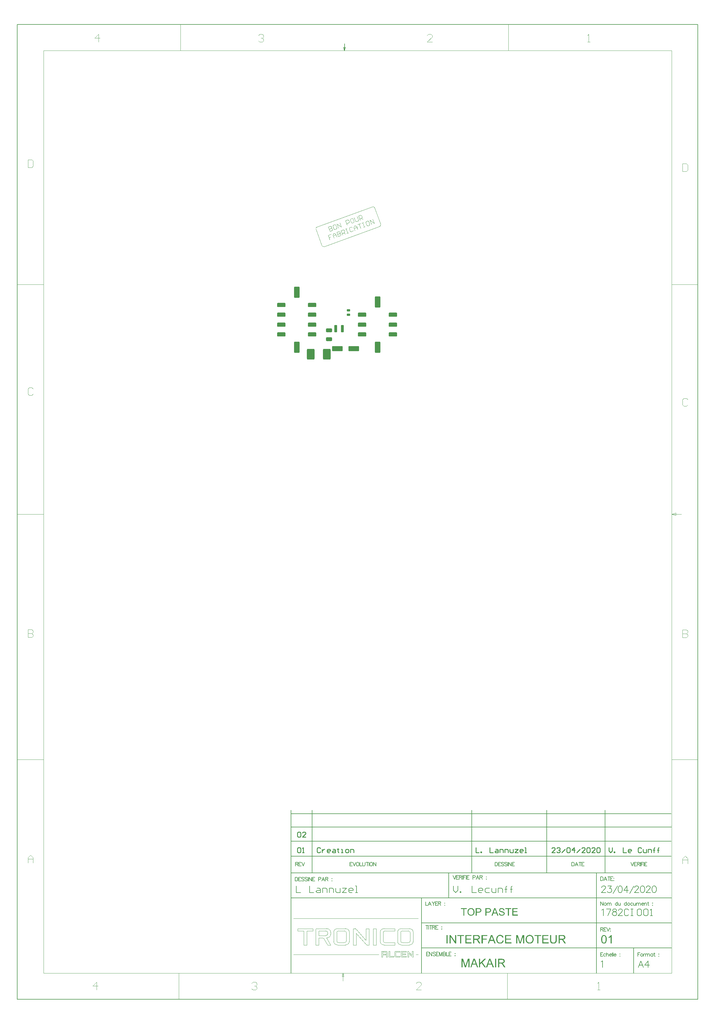
<source format=gtp>
G04*
G04 #@! TF.GenerationSoftware,Altium Limited,Altium Designer,20.0.10 (225)*
G04*
G04 Layer_Color=417716*
%FSLAX44Y44*%
%MOMM*%
G71*
G01*
G75*
%ADD13C,0.1500*%
%ADD14C,0.1016*%
%ADD15C,0.1270*%
%ADD16C,0.2540*%
%ADD17C,0.0127*%
G04:AMPARAMS|DCode=18|XSize=3.3mm|YSize=2.3mm|CornerRadius=0.2875mm|HoleSize=0mm|Usage=FLASHONLY|Rotation=90.000|XOffset=0mm|YOffset=0mm|HoleType=Round|Shape=RoundedRectangle|*
%AMROUNDEDRECTD18*
21,1,3.3000,1.7250,0,0,90.0*
21,1,2.7250,2.3000,0,0,90.0*
1,1,0.5750,0.8625,1.3625*
1,1,0.5750,0.8625,-1.3625*
1,1,0.5750,-0.8625,-1.3625*
1,1,0.5750,-0.8625,1.3625*
%
%ADD18ROUNDEDRECTD18*%
G04:AMPARAMS|DCode=19|XSize=1mm|YSize=0.6mm|CornerRadius=0.075mm|HoleSize=0mm|Usage=FLASHONLY|Rotation=0.000|XOffset=0mm|YOffset=0mm|HoleType=Round|Shape=RoundedRectangle|*
%AMROUNDEDRECTD19*
21,1,1.0000,0.4500,0,0,0.0*
21,1,0.8500,0.6000,0,0,0.0*
1,1,0.1500,0.4250,-0.2250*
1,1,0.1500,-0.4250,-0.2250*
1,1,0.1500,-0.4250,0.2250*
1,1,0.1500,0.4250,0.2250*
%
%ADD19ROUNDEDRECTD19*%
G04:AMPARAMS|DCode=20|XSize=0.8mm|YSize=2.2mm|CornerRadius=0.1mm|HoleSize=0mm|Usage=FLASHONLY|Rotation=180.000|XOffset=0mm|YOffset=0mm|HoleType=Round|Shape=RoundedRectangle|*
%AMROUNDEDRECTD20*
21,1,0.8000,2.0000,0,0,180.0*
21,1,0.6000,2.2000,0,0,180.0*
1,1,0.2000,-0.3000,1.0000*
1,1,0.2000,0.3000,1.0000*
1,1,0.2000,0.3000,-1.0000*
1,1,0.2000,-0.3000,-1.0000*
%
%ADD20ROUNDEDRECTD20*%
G04:AMPARAMS|DCode=21|XSize=3.43mm|YSize=1.65mm|CornerRadius=0.2063mm|HoleSize=0mm|Usage=FLASHONLY|Rotation=270.000|XOffset=0mm|YOffset=0mm|HoleType=Round|Shape=RoundedRectangle|*
%AMROUNDEDRECTD21*
21,1,3.4300,1.2375,0,0,270.0*
21,1,3.0175,1.6500,0,0,270.0*
1,1,0.4125,-0.6188,-1.5088*
1,1,0.4125,-0.6188,1.5088*
1,1,0.4125,0.6188,1.5088*
1,1,0.4125,0.6188,-1.5088*
%
%ADD21ROUNDEDRECTD21*%
G04:AMPARAMS|DCode=22|XSize=1.27mm|YSize=2.54mm|CornerRadius=0.1588mm|HoleSize=0mm|Usage=FLASHONLY|Rotation=270.000|XOffset=0mm|YOffset=0mm|HoleType=Round|Shape=RoundedRectangle|*
%AMROUNDEDRECTD22*
21,1,1.2700,2.2225,0,0,270.0*
21,1,0.9525,2.5400,0,0,270.0*
1,1,0.3175,-1.1113,-0.4763*
1,1,0.3175,-1.1113,0.4763*
1,1,0.3175,1.1113,0.4763*
1,1,0.3175,1.1113,-0.4763*
%
%ADD22ROUNDEDRECTD22*%
G04:AMPARAMS|DCode=23|XSize=3.2mm|YSize=1.6mm|CornerRadius=0.2mm|HoleSize=0mm|Usage=FLASHONLY|Rotation=0.000|XOffset=0mm|YOffset=0mm|HoleType=Round|Shape=RoundedRectangle|*
%AMROUNDEDRECTD23*
21,1,3.2000,1.2000,0,0,0.0*
21,1,2.8000,1.6000,0,0,0.0*
1,1,0.4000,1.4000,-0.6000*
1,1,0.4000,-1.4000,-0.6000*
1,1,0.4000,-1.4000,0.6000*
1,1,0.4000,1.4000,0.6000*
%
%ADD23ROUNDEDRECTD23*%
G04:AMPARAMS|DCode=24|XSize=1.8mm|YSize=1.14mm|CornerRadius=0.1425mm|HoleSize=0mm|Usage=FLASHONLY|Rotation=180.000|XOffset=0mm|YOffset=0mm|HoleType=Round|Shape=RoundedRectangle|*
%AMROUNDEDRECTD24*
21,1,1.8000,0.8550,0,0,180.0*
21,1,1.5150,1.1400,0,0,180.0*
1,1,0.2850,-0.7575,0.4275*
1,1,0.2850,0.7575,0.4275*
1,1,0.2850,0.7575,-0.4275*
1,1,0.2850,-0.7575,-0.4275*
%
%ADD24ROUNDEDRECTD24*%
G36*
X739659Y-1656233D02*
X739886D01*
X740501Y-1656298D01*
X741181Y-1656395D01*
X741893Y-1656557D01*
X742671Y-1656752D01*
X743383Y-1657011D01*
X743416D01*
X743480Y-1657043D01*
X743577Y-1657108D01*
X743707Y-1657173D01*
X744031Y-1657334D01*
X744452Y-1657626D01*
X744938Y-1657950D01*
X745424Y-1658371D01*
X745877Y-1658857D01*
X746298Y-1659407D01*
Y-1659440D01*
X746330Y-1659472D01*
X746395Y-1659569D01*
X746460Y-1659666D01*
X746622Y-1659990D01*
X746816Y-1660411D01*
X747043Y-1660929D01*
X747205Y-1661544D01*
X747367Y-1662192D01*
X747431Y-1662905D01*
X744582Y-1663131D01*
Y-1663099D01*
Y-1663034D01*
X744549Y-1662937D01*
X744517Y-1662775D01*
X744419Y-1662419D01*
X744290Y-1661933D01*
X744096Y-1661415D01*
X743804Y-1660897D01*
X743448Y-1660411D01*
X742995Y-1659958D01*
X742930Y-1659925D01*
X742768Y-1659796D01*
X742444Y-1659601D01*
X742023Y-1659407D01*
X741472Y-1659213D01*
X740825Y-1659018D01*
X740015Y-1658889D01*
X739108Y-1658857D01*
X738655D01*
X738461Y-1658889D01*
X738202Y-1658921D01*
X737619Y-1658986D01*
X736971Y-1659116D01*
X736323Y-1659277D01*
X735708Y-1659537D01*
X735449Y-1659698D01*
X735190Y-1659861D01*
X735125Y-1659893D01*
X734995Y-1660022D01*
X734801Y-1660249D01*
X734607Y-1660508D01*
X734380Y-1660864D01*
X734186Y-1661253D01*
X734056Y-1661706D01*
X733992Y-1662225D01*
Y-1662289D01*
Y-1662419D01*
X734024Y-1662646D01*
X734089Y-1662905D01*
X734186Y-1663228D01*
X734348Y-1663552D01*
X734542Y-1663876D01*
X734834Y-1664200D01*
X734866Y-1664232D01*
X735028Y-1664330D01*
X735157Y-1664427D01*
X735287Y-1664491D01*
X735481Y-1664589D01*
X735708Y-1664718D01*
X735999Y-1664815D01*
X736323Y-1664945D01*
X736680Y-1665074D01*
X737101Y-1665236D01*
X737554Y-1665366D01*
X738072Y-1665528D01*
X738655Y-1665657D01*
X739303Y-1665819D01*
X739335D01*
X739465Y-1665852D01*
X739659Y-1665884D01*
X739886Y-1665949D01*
X740177Y-1666014D01*
X740533Y-1666111D01*
X740890Y-1666208D01*
X741278Y-1666305D01*
X742120Y-1666532D01*
X742930Y-1666759D01*
X743318Y-1666888D01*
X743675Y-1667018D01*
X743998Y-1667115D01*
X744258Y-1667244D01*
X744290D01*
X744355Y-1667277D01*
X744452Y-1667341D01*
X744582Y-1667406D01*
X744938Y-1667601D01*
X745359Y-1667860D01*
X745844Y-1668216D01*
X746330Y-1668604D01*
X746784Y-1669058D01*
X747172Y-1669544D01*
X747205Y-1669608D01*
X747334Y-1669770D01*
X747464Y-1670062D01*
X747658Y-1670450D01*
X747820Y-1670904D01*
X747982Y-1671454D01*
X748079Y-1672070D01*
X748111Y-1672717D01*
Y-1672750D01*
Y-1672782D01*
Y-1672879D01*
Y-1673009D01*
X748047Y-1673365D01*
X747982Y-1673818D01*
X747852Y-1674337D01*
X747690Y-1674887D01*
X747431Y-1675470D01*
X747075Y-1676085D01*
Y-1676118D01*
X747043Y-1676150D01*
X746881Y-1676344D01*
X746654Y-1676636D01*
X746330Y-1676960D01*
X745909Y-1677348D01*
X745391Y-1677769D01*
X744808Y-1678158D01*
X744128Y-1678514D01*
X744096D01*
X744031Y-1678547D01*
X743934Y-1678579D01*
X743804Y-1678644D01*
X743610Y-1678708D01*
X743383Y-1678806D01*
X742865Y-1678935D01*
X742250Y-1679097D01*
X741505Y-1679259D01*
X740695Y-1679356D01*
X739821Y-1679389D01*
X739303D01*
X739044Y-1679356D01*
X738752D01*
X738428Y-1679324D01*
X738040Y-1679292D01*
X737230Y-1679162D01*
X736388Y-1679032D01*
X735546Y-1678806D01*
X734736Y-1678514D01*
X734704D01*
X734639Y-1678482D01*
X734542Y-1678417D01*
X734413Y-1678352D01*
X734024Y-1678158D01*
X733571Y-1677867D01*
X733052Y-1677478D01*
X732502Y-1677025D01*
X731984Y-1676474D01*
X731498Y-1675859D01*
Y-1675826D01*
X731433Y-1675762D01*
X731401Y-1675664D01*
X731304Y-1675535D01*
X731239Y-1675373D01*
X731142Y-1675179D01*
X730915Y-1674693D01*
X730688Y-1674077D01*
X730494Y-1673397D01*
X730365Y-1672620D01*
X730300Y-1671810D01*
X733085Y-1671551D01*
Y-1671584D01*
Y-1671616D01*
X733117Y-1671713D01*
Y-1671843D01*
X733182Y-1672134D01*
X733279Y-1672555D01*
X733409Y-1672976D01*
X733538Y-1673462D01*
X733765Y-1673916D01*
X733992Y-1674337D01*
X734024Y-1674369D01*
X734121Y-1674498D01*
X734283Y-1674725D01*
X734542Y-1674952D01*
X734866Y-1675243D01*
X735222Y-1675535D01*
X735708Y-1675826D01*
X736226Y-1676085D01*
X736258D01*
X736291Y-1676118D01*
X736388Y-1676150D01*
X736485Y-1676183D01*
X736809Y-1676280D01*
X737230Y-1676409D01*
X737748Y-1676539D01*
X738331Y-1676636D01*
X738979Y-1676701D01*
X739691Y-1676733D01*
X739983D01*
X740307Y-1676701D01*
X740695Y-1676668D01*
X741149Y-1676604D01*
X741667Y-1676539D01*
X742185Y-1676409D01*
X742671Y-1676247D01*
X742736Y-1676215D01*
X742897Y-1676150D01*
X743124Y-1676021D01*
X743416Y-1675891D01*
X743707Y-1675664D01*
X744031Y-1675438D01*
X744355Y-1675179D01*
X744614Y-1674855D01*
X744646Y-1674822D01*
X744711Y-1674693D01*
X744808Y-1674531D01*
X744938Y-1674272D01*
X745067Y-1674013D01*
X745164Y-1673689D01*
X745229Y-1673333D01*
X745262Y-1672944D01*
Y-1672912D01*
Y-1672750D01*
X745229Y-1672555D01*
X745197Y-1672296D01*
X745100Y-1672037D01*
X745003Y-1671713D01*
X744840Y-1671389D01*
X744614Y-1671098D01*
X744582Y-1671066D01*
X744484Y-1670968D01*
X744355Y-1670839D01*
X744128Y-1670645D01*
X743869Y-1670450D01*
X743513Y-1670224D01*
X743092Y-1669997D01*
X742606Y-1669803D01*
X742574Y-1669770D01*
X742412Y-1669738D01*
X742153Y-1669641D01*
X741991Y-1669608D01*
X741764Y-1669544D01*
X741537Y-1669446D01*
X741246Y-1669382D01*
X740922Y-1669285D01*
X740533Y-1669187D01*
X740145Y-1669090D01*
X739691Y-1668961D01*
X739173Y-1668831D01*
X738623Y-1668702D01*
X738590D01*
X738493Y-1668669D01*
X738331Y-1668637D01*
X738137Y-1668572D01*
X737878Y-1668507D01*
X737586Y-1668443D01*
X736939Y-1668248D01*
X736226Y-1668022D01*
X735481Y-1667795D01*
X734834Y-1667568D01*
X734542Y-1667439D01*
X734283Y-1667309D01*
X734251D01*
X734218Y-1667277D01*
X734024Y-1667147D01*
X733733Y-1666985D01*
X733409Y-1666726D01*
X733020Y-1666435D01*
X732631Y-1666078D01*
X732243Y-1665657D01*
X731919Y-1665204D01*
X731887Y-1665139D01*
X731789Y-1664977D01*
X731660Y-1664718D01*
X731530Y-1664394D01*
X731401Y-1663973D01*
X731271Y-1663488D01*
X731174Y-1662969D01*
X731142Y-1662419D01*
Y-1662386D01*
Y-1662354D01*
Y-1662257D01*
Y-1662127D01*
X731207Y-1661804D01*
X731271Y-1661383D01*
X731368Y-1660897D01*
X731530Y-1660346D01*
X731757Y-1659796D01*
X732081Y-1659245D01*
Y-1659213D01*
X732113Y-1659180D01*
X732275Y-1658986D01*
X732502Y-1658727D01*
X732793Y-1658403D01*
X733182Y-1658047D01*
X733668Y-1657658D01*
X734251Y-1657302D01*
X734898Y-1656978D01*
X734931D01*
X734995Y-1656946D01*
X735093Y-1656913D01*
X735222Y-1656849D01*
X735384Y-1656784D01*
X735611Y-1656719D01*
X736097Y-1656590D01*
X736712Y-1656460D01*
X737424Y-1656331D01*
X738169Y-1656233D01*
X739011Y-1656201D01*
X739432D01*
X739659Y-1656233D01*
D02*
G37*
G36*
X787589Y-1659245D02*
X774343D01*
Y-1666078D01*
X786747D01*
Y-1668734D01*
X774343D01*
Y-1676344D01*
X788107D01*
Y-1679000D01*
X771364D01*
Y-1656590D01*
X787589D01*
Y-1659245D01*
D02*
G37*
G36*
X768255D02*
X760871D01*
Y-1679000D01*
X757892D01*
Y-1659245D01*
X750508D01*
Y-1656590D01*
X768255D01*
Y-1659245D01*
D02*
G37*
G36*
X728907Y-1679000D02*
X725539D01*
X722916Y-1672199D01*
X713524D01*
X711095Y-1679000D01*
X707954D01*
X716504Y-1656590D01*
X719742D01*
X728907Y-1679000D01*
D02*
G37*
G36*
X699210Y-1656622D02*
X699761Y-1656654D01*
X700344Y-1656687D01*
X700894Y-1656752D01*
X701380Y-1656816D01*
X701445D01*
X701671Y-1656881D01*
X701963Y-1656946D01*
X702351Y-1657043D01*
X702772Y-1657205D01*
X703226Y-1657399D01*
X703712Y-1657626D01*
X704133Y-1657885D01*
X704197Y-1657917D01*
X704327Y-1658015D01*
X704521Y-1658209D01*
X704780Y-1658436D01*
X705072Y-1658727D01*
X705363Y-1659116D01*
X705687Y-1659537D01*
X705946Y-1660022D01*
X705978Y-1660087D01*
X706043Y-1660249D01*
X706173Y-1660540D01*
X706302Y-1660929D01*
X706400Y-1661383D01*
X706529Y-1661901D01*
X706594Y-1662484D01*
X706626Y-1663099D01*
Y-1663131D01*
Y-1663228D01*
Y-1663358D01*
X706594Y-1663585D01*
X706562Y-1663811D01*
X706529Y-1664103D01*
X706464Y-1664427D01*
X706400Y-1664783D01*
X706173Y-1665528D01*
X706043Y-1665916D01*
X705849Y-1666337D01*
X705622Y-1666759D01*
X705396Y-1667147D01*
X705104Y-1667536D01*
X704780Y-1667924D01*
X704748Y-1667957D01*
X704683Y-1668022D01*
X704586Y-1668119D01*
X704424Y-1668216D01*
X704230Y-1668378D01*
X703971Y-1668540D01*
X703647Y-1668734D01*
X703291Y-1668896D01*
X702870Y-1669090D01*
X702384Y-1669285D01*
X701866Y-1669446D01*
X701250Y-1669576D01*
X700603Y-1669706D01*
X699890Y-1669803D01*
X699081Y-1669867D01*
X698239Y-1669900D01*
X692506D01*
Y-1679000D01*
X689527D01*
Y-1656590D01*
X698724D01*
X699210Y-1656622D01*
D02*
G37*
G36*
X669610D02*
X670161Y-1656654D01*
X670744Y-1656687D01*
X671294Y-1656752D01*
X671780Y-1656816D01*
X671845D01*
X672072Y-1656881D01*
X672363Y-1656946D01*
X672751Y-1657043D01*
X673173Y-1657205D01*
X673626Y-1657399D01*
X674112Y-1657626D01*
X674533Y-1657885D01*
X674597Y-1657917D01*
X674727Y-1658015D01*
X674921Y-1658209D01*
X675180Y-1658436D01*
X675472Y-1658727D01*
X675763Y-1659116D01*
X676087Y-1659537D01*
X676346Y-1660022D01*
X676379Y-1660087D01*
X676443Y-1660249D01*
X676573Y-1660540D01*
X676702Y-1660929D01*
X676800Y-1661383D01*
X676929Y-1661901D01*
X676994Y-1662484D01*
X677026Y-1663099D01*
Y-1663131D01*
Y-1663228D01*
Y-1663358D01*
X676994Y-1663585D01*
X676962Y-1663811D01*
X676929Y-1664103D01*
X676864Y-1664427D01*
X676800Y-1664783D01*
X676573Y-1665528D01*
X676443Y-1665916D01*
X676249Y-1666337D01*
X676022Y-1666759D01*
X675796Y-1667147D01*
X675504Y-1667536D01*
X675180Y-1667924D01*
X675148Y-1667957D01*
X675083Y-1668022D01*
X674986Y-1668119D01*
X674824Y-1668216D01*
X674630Y-1668378D01*
X674371Y-1668540D01*
X674047Y-1668734D01*
X673691Y-1668896D01*
X673270Y-1669090D01*
X672784Y-1669285D01*
X672266Y-1669446D01*
X671650Y-1669576D01*
X671003Y-1669706D01*
X670290Y-1669803D01*
X669481Y-1669867D01*
X668639Y-1669900D01*
X662906D01*
Y-1679000D01*
X659927D01*
Y-1656590D01*
X669124D01*
X669610Y-1656622D01*
D02*
G37*
G36*
X632497Y-1659245D02*
X625113D01*
Y-1679000D01*
X622134D01*
Y-1659245D01*
X614750D01*
Y-1656590D01*
X632497D01*
Y-1659245D01*
D02*
G37*
G36*
X645904Y-1656233D02*
X646196D01*
X646487Y-1656266D01*
X646876Y-1656331D01*
X647264Y-1656395D01*
X648107Y-1656557D01*
X649078Y-1656816D01*
X650017Y-1657205D01*
X650503Y-1657432D01*
X650989Y-1657691D01*
X651021Y-1657723D01*
X651086Y-1657755D01*
X651216Y-1657853D01*
X651410Y-1657950D01*
X651604Y-1658112D01*
X651863Y-1658306D01*
X652414Y-1658759D01*
X652997Y-1659342D01*
X653644Y-1660055D01*
X654260Y-1660897D01*
X654778Y-1661836D01*
Y-1661868D01*
X654843Y-1661965D01*
X654907Y-1662095D01*
X654972Y-1662289D01*
X655102Y-1662548D01*
X655199Y-1662840D01*
X655328Y-1663196D01*
X655458Y-1663585D01*
X655555Y-1664006D01*
X655685Y-1664459D01*
X655814Y-1664977D01*
X655911Y-1665495D01*
X656041Y-1666629D01*
X656106Y-1667860D01*
Y-1667892D01*
Y-1668022D01*
Y-1668183D01*
X656073Y-1668443D01*
Y-1668734D01*
X656041Y-1669090D01*
X655976Y-1669479D01*
X655944Y-1669900D01*
X655782Y-1670839D01*
X655523Y-1671875D01*
X655166Y-1672912D01*
X654972Y-1673430D01*
X654713Y-1673948D01*
Y-1673980D01*
X654648Y-1674077D01*
X654584Y-1674207D01*
X654454Y-1674401D01*
X654324Y-1674628D01*
X654163Y-1674855D01*
X653709Y-1675470D01*
X653159Y-1676118D01*
X652511Y-1676798D01*
X651734Y-1677446D01*
X650827Y-1678028D01*
X650795D01*
X650730Y-1678093D01*
X650568Y-1678158D01*
X650374Y-1678255D01*
X650147Y-1678352D01*
X649888Y-1678449D01*
X649564Y-1678579D01*
X649208Y-1678708D01*
X648819Y-1678838D01*
X648398Y-1678968D01*
X647459Y-1679162D01*
X646455Y-1679324D01*
X645386Y-1679389D01*
X645062D01*
X644868Y-1679356D01*
X644577D01*
X644253Y-1679292D01*
X643896Y-1679259D01*
X643475Y-1679194D01*
X642601Y-1679000D01*
X641662Y-1678741D01*
X640690Y-1678352D01*
X640205Y-1678126D01*
X639719Y-1677867D01*
X639687Y-1677834D01*
X639622Y-1677802D01*
X639492Y-1677705D01*
X639298Y-1677575D01*
X639104Y-1677446D01*
X638877Y-1677251D01*
X638326Y-1676765D01*
X637711Y-1676183D01*
X637063Y-1675470D01*
X636480Y-1674660D01*
X635930Y-1673721D01*
Y-1673689D01*
X635865Y-1673592D01*
X635800Y-1673462D01*
X635736Y-1673268D01*
X635638Y-1673009D01*
X635541Y-1672717D01*
X635412Y-1672393D01*
X635314Y-1672037D01*
X635185Y-1671616D01*
X635055Y-1671195D01*
X634861Y-1670224D01*
X634731Y-1669220D01*
X634667Y-1668119D01*
Y-1668086D01*
Y-1668054D01*
Y-1667860D01*
X634699Y-1667568D01*
Y-1667180D01*
X634764Y-1666726D01*
X634829Y-1666176D01*
X634926Y-1665560D01*
X635055Y-1664913D01*
X635185Y-1664232D01*
X635379Y-1663520D01*
X635638Y-1662807D01*
X635930Y-1662063D01*
X636254Y-1661350D01*
X636675Y-1660638D01*
X637128Y-1659990D01*
X637646Y-1659375D01*
X637679Y-1659342D01*
X637776Y-1659245D01*
X637970Y-1659083D01*
X638197Y-1658889D01*
X638488Y-1658630D01*
X638844Y-1658371D01*
X639265Y-1658079D01*
X639751Y-1657788D01*
X640269Y-1657496D01*
X640852Y-1657205D01*
X641500Y-1656946D01*
X642180Y-1656687D01*
X642925Y-1656492D01*
X643702Y-1656331D01*
X644512Y-1656233D01*
X645386Y-1656201D01*
X645678D01*
X645904Y-1656233D01*
D02*
G37*
G36*
X735103Y-1737966D02*
X735437Y-1738003D01*
X735844Y-1738040D01*
X736251Y-1738077D01*
X736733Y-1738188D01*
X737733Y-1738410D01*
X738844Y-1738743D01*
X739399Y-1738966D01*
X739918Y-1739225D01*
X740436Y-1739558D01*
X740955Y-1739891D01*
X740992Y-1739928D01*
X741066Y-1739966D01*
X741214Y-1740077D01*
X741399Y-1740262D01*
X741584Y-1740447D01*
X741843Y-1740706D01*
X742103Y-1741002D01*
X742399Y-1741299D01*
X742695Y-1741669D01*
X742991Y-1742113D01*
X743325Y-1742558D01*
X743621Y-1743039D01*
X743880Y-1743595D01*
X744176Y-1744150D01*
X744399Y-1744743D01*
X744621Y-1745409D01*
X741288Y-1746187D01*
Y-1746150D01*
X741251Y-1746076D01*
X741177Y-1745928D01*
X741103Y-1745743D01*
X741029Y-1745520D01*
X740918Y-1745224D01*
X740621Y-1744632D01*
X740251Y-1743965D01*
X739807Y-1743298D01*
X739251Y-1742669D01*
X738659Y-1742113D01*
X738585Y-1742039D01*
X738362Y-1741891D01*
X737992Y-1741706D01*
X737511Y-1741447D01*
X736881Y-1741225D01*
X736177Y-1741002D01*
X735325Y-1740854D01*
X734400Y-1740817D01*
X734103D01*
X733918Y-1740854D01*
X733659D01*
X733363Y-1740891D01*
X732659Y-1741002D01*
X731881Y-1741151D01*
X731067Y-1741410D01*
X730215Y-1741780D01*
X729437Y-1742262D01*
X729400D01*
X729363Y-1742336D01*
X729104Y-1742521D01*
X728771Y-1742817D01*
X728363Y-1743261D01*
X727882Y-1743817D01*
X727438Y-1744447D01*
X727030Y-1745224D01*
X726660Y-1746076D01*
Y-1746113D01*
X726623Y-1746187D01*
X726586Y-1746298D01*
X726549Y-1746483D01*
X726475Y-1746705D01*
X726401Y-1746965D01*
X726289Y-1747594D01*
X726141Y-1748335D01*
X725993Y-1749150D01*
X725919Y-1750038D01*
X725882Y-1751001D01*
Y-1751038D01*
Y-1751149D01*
Y-1751335D01*
Y-1751557D01*
X725919Y-1751816D01*
Y-1752149D01*
X725956Y-1752520D01*
X725993Y-1752927D01*
X726104Y-1753816D01*
X726289Y-1754779D01*
X726512Y-1755742D01*
X726808Y-1756705D01*
Y-1756741D01*
X726845Y-1756816D01*
X726919Y-1756927D01*
X726993Y-1757112D01*
X727215Y-1757556D01*
X727549Y-1758075D01*
X727956Y-1758667D01*
X728474Y-1759297D01*
X729067Y-1759852D01*
X729771Y-1760371D01*
X729808D01*
X729882Y-1760408D01*
X729993Y-1760482D01*
X730141Y-1760556D01*
X730326Y-1760630D01*
X730548Y-1760741D01*
X731067Y-1760963D01*
X731733Y-1761185D01*
X732474Y-1761371D01*
X733289Y-1761519D01*
X734140Y-1761556D01*
X734400D01*
X734622Y-1761519D01*
X734881D01*
X735140Y-1761482D01*
X735807Y-1761334D01*
X736585Y-1761148D01*
X737362Y-1760852D01*
X738177Y-1760445D01*
X738585Y-1760223D01*
X738955Y-1759926D01*
X738992Y-1759889D01*
X739029Y-1759852D01*
X739140Y-1759741D01*
X739288Y-1759630D01*
X739436Y-1759445D01*
X739621Y-1759223D01*
X739844Y-1759001D01*
X740029Y-1758704D01*
X740251Y-1758371D01*
X740510Y-1758001D01*
X740732Y-1757630D01*
X740955Y-1757186D01*
X741140Y-1756705D01*
X741325Y-1756186D01*
X741510Y-1755630D01*
X741658Y-1755038D01*
X745065Y-1755890D01*
Y-1755927D01*
X745028Y-1756075D01*
X744954Y-1756297D01*
X744843Y-1756593D01*
X744732Y-1756927D01*
X744584Y-1757334D01*
X744399Y-1757778D01*
X744176Y-1758260D01*
X743658Y-1759297D01*
X742991Y-1760334D01*
X742584Y-1760852D01*
X742177Y-1761371D01*
X741732Y-1761815D01*
X741214Y-1762259D01*
X741177Y-1762296D01*
X741103Y-1762370D01*
X740918Y-1762445D01*
X740732Y-1762593D01*
X740436Y-1762778D01*
X740140Y-1762963D01*
X739733Y-1763148D01*
X739325Y-1763333D01*
X738844Y-1763556D01*
X738325Y-1763741D01*
X737770Y-1763926D01*
X737177Y-1764111D01*
X736548Y-1764259D01*
X735881Y-1764333D01*
X735177Y-1764407D01*
X734437Y-1764444D01*
X734029D01*
X733733Y-1764407D01*
X733400D01*
X732992Y-1764370D01*
X732548Y-1764296D01*
X732030Y-1764222D01*
X730956Y-1764037D01*
X729845Y-1763741D01*
X728734Y-1763333D01*
X728215Y-1763074D01*
X727697Y-1762778D01*
X727660Y-1762741D01*
X727586Y-1762704D01*
X727438Y-1762593D01*
X727289Y-1762445D01*
X727067Y-1762296D01*
X726808Y-1762074D01*
X726512Y-1761815D01*
X726215Y-1761519D01*
X725919Y-1761185D01*
X725586Y-1760852D01*
X724919Y-1760000D01*
X724290Y-1759001D01*
X723734Y-1757890D01*
Y-1757852D01*
X723660Y-1757741D01*
X723623Y-1757556D01*
X723512Y-1757334D01*
X723438Y-1757038D01*
X723327Y-1756667D01*
X723179Y-1756260D01*
X723067Y-1755816D01*
X722956Y-1755334D01*
X722808Y-1754779D01*
X722623Y-1753631D01*
X722475Y-1752334D01*
X722401Y-1751001D01*
Y-1750964D01*
Y-1750816D01*
Y-1750594D01*
X722438Y-1750335D01*
Y-1749964D01*
X722475Y-1749594D01*
X722512Y-1749113D01*
X722586Y-1748631D01*
X722771Y-1747557D01*
X723030Y-1746372D01*
X723401Y-1745187D01*
X723919Y-1744039D01*
X723956Y-1744002D01*
X723993Y-1743891D01*
X724067Y-1743743D01*
X724216Y-1743558D01*
X724364Y-1743298D01*
X724549Y-1743002D01*
X725030Y-1742336D01*
X725660Y-1741595D01*
X726401Y-1740854D01*
X727252Y-1740114D01*
X728252Y-1739484D01*
X728289Y-1739447D01*
X728400Y-1739410D01*
X728549Y-1739336D01*
X728734Y-1739225D01*
X729030Y-1739114D01*
X729326Y-1739003D01*
X729697Y-1738855D01*
X730104Y-1738706D01*
X730548Y-1738558D01*
X731030Y-1738410D01*
X732067Y-1738188D01*
X733252Y-1738003D01*
X734474Y-1737929D01*
X734844D01*
X735103Y-1737966D01*
D02*
G37*
G36*
X600303Y-1764000D02*
X596784D01*
X583378Y-1743891D01*
Y-1764000D01*
X580119D01*
Y-1738373D01*
X583601D01*
X597044Y-1758519D01*
Y-1738373D01*
X600303D01*
Y-1764000D01*
D02*
G37*
G36*
X807429D02*
X804170D01*
Y-1742558D01*
X796690Y-1764000D01*
X793653D01*
X786246Y-1742187D01*
Y-1764000D01*
X782987D01*
Y-1738373D01*
X788061D01*
X794134Y-1756556D01*
Y-1756593D01*
X794171Y-1756667D01*
X794208Y-1756779D01*
X794282Y-1756964D01*
X794430Y-1757408D01*
X794616Y-1757964D01*
X794801Y-1758593D01*
X795023Y-1759223D01*
X795208Y-1759815D01*
X795356Y-1760334D01*
X795393Y-1760260D01*
X795430Y-1760074D01*
X795542Y-1759741D01*
X795690Y-1759297D01*
X795875Y-1758704D01*
X796134Y-1758001D01*
X796393Y-1757186D01*
X796727Y-1756223D01*
X802874Y-1738373D01*
X807429D01*
Y-1764000D01*
D02*
G37*
G36*
X906752Y-1753186D02*
Y-1753223D01*
Y-1753371D01*
Y-1753557D01*
Y-1753816D01*
X906715Y-1754149D01*
Y-1754520D01*
X906678Y-1754964D01*
X906641Y-1755408D01*
X906530Y-1756408D01*
X906382Y-1757445D01*
X906160Y-1758445D01*
X906012Y-1758927D01*
X905863Y-1759371D01*
Y-1759408D01*
X905826Y-1759482D01*
X905752Y-1759593D01*
X905678Y-1759741D01*
X905456Y-1760148D01*
X905123Y-1760667D01*
X904678Y-1761259D01*
X904160Y-1761852D01*
X903493Y-1762482D01*
X902679Y-1763037D01*
X902642D01*
X902568Y-1763111D01*
X902456Y-1763148D01*
X902271Y-1763259D01*
X902049Y-1763370D01*
X901753Y-1763481D01*
X901457Y-1763593D01*
X901086Y-1763741D01*
X900679Y-1763889D01*
X900234Y-1764000D01*
X899753Y-1764111D01*
X899197Y-1764222D01*
X898642Y-1764296D01*
X898049Y-1764370D01*
X896716Y-1764444D01*
X896383D01*
X896124Y-1764407D01*
X895827D01*
X895457Y-1764370D01*
X895050Y-1764333D01*
X894642Y-1764296D01*
X893717Y-1764148D01*
X892717Y-1763926D01*
X891754Y-1763630D01*
X890828Y-1763222D01*
X890791D01*
X890717Y-1763148D01*
X890606Y-1763074D01*
X890458Y-1763000D01*
X890050Y-1762704D01*
X889569Y-1762296D01*
X889013Y-1761778D01*
X888495Y-1761185D01*
X887976Y-1760445D01*
X887569Y-1759630D01*
Y-1759593D01*
X887532Y-1759519D01*
X887495Y-1759371D01*
X887421Y-1759186D01*
X887347Y-1758963D01*
X887273Y-1758667D01*
X887162Y-1758334D01*
X887088Y-1757927D01*
X887013Y-1757482D01*
X886902Y-1757001D01*
X886828Y-1756482D01*
X886754Y-1755927D01*
X886680Y-1755297D01*
X886643Y-1754631D01*
X886606Y-1753927D01*
Y-1753186D01*
Y-1738373D01*
X890013D01*
Y-1753186D01*
Y-1753223D01*
Y-1753334D01*
Y-1753520D01*
Y-1753742D01*
X890050Y-1754001D01*
Y-1754334D01*
X890087Y-1755038D01*
X890161Y-1755853D01*
X890272Y-1756667D01*
X890421Y-1757445D01*
X890495Y-1757778D01*
X890606Y-1758112D01*
X890643Y-1758186D01*
X890717Y-1758371D01*
X890902Y-1758630D01*
X891124Y-1759001D01*
X891383Y-1759371D01*
X891754Y-1759778D01*
X892198Y-1760186D01*
X892717Y-1760519D01*
X892791Y-1760556D01*
X892976Y-1760667D01*
X893309Y-1760778D01*
X893754Y-1760926D01*
X894272Y-1761111D01*
X894939Y-1761223D01*
X895642Y-1761334D01*
X896420Y-1761371D01*
X896790D01*
X897012Y-1761334D01*
X897346D01*
X897679Y-1761297D01*
X898494Y-1761148D01*
X899383Y-1760963D01*
X900234Y-1760667D01*
X901049Y-1760260D01*
X901419Y-1760000D01*
X901753Y-1759704D01*
X901790Y-1759667D01*
X901827Y-1759630D01*
X901901Y-1759519D01*
X902012Y-1759371D01*
X902123Y-1759149D01*
X902271Y-1758927D01*
X902419Y-1758593D01*
X902568Y-1758260D01*
X902716Y-1757852D01*
X902827Y-1757371D01*
X902975Y-1756816D01*
X903086Y-1756223D01*
X903197Y-1755556D01*
X903271Y-1754853D01*
X903345Y-1754038D01*
Y-1753186D01*
Y-1738373D01*
X906752D01*
Y-1753186D01*
D02*
G37*
G36*
X1074174Y-1764000D02*
X1071027D01*
Y-1743965D01*
X1070990Y-1744002D01*
X1070805Y-1744150D01*
X1070582Y-1744372D01*
X1070212Y-1744632D01*
X1069805Y-1744965D01*
X1069286Y-1745335D01*
X1068694Y-1745743D01*
X1068027Y-1746150D01*
X1067990D01*
X1067953Y-1746187D01*
X1067731Y-1746335D01*
X1067360Y-1746520D01*
X1066916Y-1746743D01*
X1066397Y-1747002D01*
X1065842Y-1747261D01*
X1065286Y-1747520D01*
X1064731Y-1747742D01*
Y-1744706D01*
X1064768D01*
X1064842Y-1744632D01*
X1064990Y-1744595D01*
X1065175Y-1744483D01*
X1065398Y-1744372D01*
X1065657Y-1744224D01*
X1066286Y-1743854D01*
X1067027Y-1743447D01*
X1067768Y-1742928D01*
X1068545Y-1742336D01*
X1069323Y-1741706D01*
X1069360Y-1741669D01*
X1069397Y-1741632D01*
X1069508Y-1741521D01*
X1069656Y-1741410D01*
X1069990Y-1741039D01*
X1070434Y-1740595D01*
X1070879Y-1740077D01*
X1071360Y-1739484D01*
X1071767Y-1738891D01*
X1072138Y-1738262D01*
X1074174D01*
Y-1764000D01*
D02*
G37*
G36*
X924639Y-1738410D02*
X924973D01*
X925750Y-1738447D01*
X926565Y-1738558D01*
X927454Y-1738669D01*
X928269Y-1738855D01*
X928676Y-1738966D01*
X929009Y-1739077D01*
X929046D01*
X929083Y-1739114D01*
X929305Y-1739225D01*
X929639Y-1739373D01*
X930046Y-1739632D01*
X930490Y-1739966D01*
X930972Y-1740410D01*
X931416Y-1740928D01*
X931861Y-1741521D01*
Y-1741558D01*
X931898Y-1741595D01*
X932046Y-1741817D01*
X932194Y-1742187D01*
X932416Y-1742669D01*
X932601Y-1743224D01*
X932787Y-1743891D01*
X932898Y-1744595D01*
X932935Y-1745372D01*
Y-1745409D01*
Y-1745483D01*
Y-1745632D01*
X932898Y-1745817D01*
Y-1746076D01*
X932861Y-1746335D01*
X932712Y-1746965D01*
X932490Y-1747705D01*
X932194Y-1748483D01*
X931750Y-1749261D01*
X931453Y-1749631D01*
X931157Y-1750002D01*
X931120Y-1750038D01*
X931083Y-1750076D01*
X930972Y-1750187D01*
X930824Y-1750298D01*
X930639Y-1750446D01*
X930416Y-1750594D01*
X930120Y-1750779D01*
X929824Y-1751001D01*
X929454Y-1751187D01*
X929046Y-1751372D01*
X928602Y-1751594D01*
X928120Y-1751779D01*
X927565Y-1751927D01*
X927009Y-1752112D01*
X926380Y-1752223D01*
X925713Y-1752334D01*
X925787Y-1752372D01*
X925935Y-1752446D01*
X926158Y-1752594D01*
X926454Y-1752742D01*
X927121Y-1753149D01*
X927454Y-1753409D01*
X927750Y-1753631D01*
X927824Y-1753705D01*
X928009Y-1753890D01*
X928306Y-1754186D01*
X928676Y-1754556D01*
X929083Y-1755075D01*
X929565Y-1755630D01*
X930046Y-1756297D01*
X930565Y-1757038D01*
X934971Y-1764000D01*
X930750D01*
X927380Y-1758667D01*
Y-1758630D01*
X927306Y-1758556D01*
X927232Y-1758445D01*
X927121Y-1758297D01*
X926861Y-1757890D01*
X926528Y-1757371D01*
X926121Y-1756816D01*
X925713Y-1756223D01*
X925306Y-1755668D01*
X924936Y-1755149D01*
X924899Y-1755112D01*
X924787Y-1754964D01*
X924602Y-1754742D01*
X924343Y-1754483D01*
X923788Y-1753927D01*
X923491Y-1753668D01*
X923195Y-1753445D01*
X923158Y-1753409D01*
X923084Y-1753371D01*
X922936Y-1753297D01*
X922713Y-1753186D01*
X922491Y-1753075D01*
X922232Y-1752964D01*
X921640Y-1752779D01*
X921602D01*
X921528Y-1752742D01*
X921380D01*
X921195Y-1752705D01*
X920936Y-1752668D01*
X920640D01*
X920232Y-1752631D01*
X915862D01*
Y-1764000D01*
X912455D01*
Y-1738373D01*
X924343D01*
X924639Y-1738410D01*
D02*
G37*
G36*
X881273Y-1741410D02*
X866127D01*
Y-1749224D01*
X880311D01*
Y-1752260D01*
X866127D01*
Y-1760963D01*
X881866D01*
Y-1764000D01*
X862720D01*
Y-1738373D01*
X881273D01*
Y-1741410D01*
D02*
G37*
G36*
X859165D02*
X850721D01*
Y-1764000D01*
X847314D01*
Y-1741410D01*
X838870D01*
Y-1738373D01*
X859165D01*
Y-1741410D01*
D02*
G37*
G36*
X767841D02*
X752694D01*
Y-1749224D01*
X766878D01*
Y-1752260D01*
X752694D01*
Y-1760963D01*
X768433D01*
Y-1764000D01*
X749287D01*
Y-1738373D01*
X767841D01*
Y-1741410D01*
D02*
G37*
G36*
X720660Y-1764000D02*
X716809D01*
X713809Y-1756223D01*
X703070D01*
X700292Y-1764000D01*
X696700D01*
X706477Y-1738373D01*
X710180D01*
X720660Y-1764000D01*
D02*
G37*
G36*
X695107Y-1741410D02*
X681183D01*
Y-1749335D01*
X693219D01*
Y-1752372D01*
X681183D01*
Y-1764000D01*
X677776D01*
Y-1738373D01*
X695107D01*
Y-1741410D01*
D02*
G37*
G36*
X664000Y-1738410D02*
X664333D01*
X665111Y-1738447D01*
X665925Y-1738558D01*
X666814Y-1738669D01*
X667629Y-1738855D01*
X668036Y-1738966D01*
X668370Y-1739077D01*
X668407D01*
X668444Y-1739114D01*
X668666Y-1739225D01*
X668999Y-1739373D01*
X669406Y-1739632D01*
X669851Y-1739966D01*
X670332Y-1740410D01*
X670777Y-1740928D01*
X671221Y-1741521D01*
Y-1741558D01*
X671258Y-1741595D01*
X671406Y-1741817D01*
X671554Y-1742187D01*
X671777Y-1742669D01*
X671962Y-1743224D01*
X672147Y-1743891D01*
X672258Y-1744595D01*
X672295Y-1745372D01*
Y-1745409D01*
Y-1745483D01*
Y-1745632D01*
X672258Y-1745817D01*
Y-1746076D01*
X672221Y-1746335D01*
X672073Y-1746965D01*
X671851Y-1747705D01*
X671554Y-1748483D01*
X671110Y-1749261D01*
X670814Y-1749631D01*
X670517Y-1750002D01*
X670480Y-1750038D01*
X670443Y-1750076D01*
X670332Y-1750187D01*
X670184Y-1750298D01*
X669999Y-1750446D01*
X669777Y-1750594D01*
X669481Y-1750779D01*
X669184Y-1751001D01*
X668814Y-1751187D01*
X668407Y-1751372D01*
X667962Y-1751594D01*
X667481Y-1751779D01*
X666925Y-1751927D01*
X666370Y-1752112D01*
X665740Y-1752223D01*
X665073Y-1752334D01*
X665148Y-1752372D01*
X665296Y-1752446D01*
X665518Y-1752594D01*
X665814Y-1752742D01*
X666481Y-1753149D01*
X666814Y-1753409D01*
X667110Y-1753631D01*
X667184Y-1753705D01*
X667370Y-1753890D01*
X667666Y-1754186D01*
X668036Y-1754556D01*
X668444Y-1755075D01*
X668925Y-1755630D01*
X669406Y-1756297D01*
X669925Y-1757038D01*
X674332Y-1764000D01*
X670110D01*
X666740Y-1758667D01*
Y-1758630D01*
X666666Y-1758556D01*
X666592Y-1758445D01*
X666481Y-1758297D01*
X666222Y-1757890D01*
X665888Y-1757371D01*
X665481Y-1756816D01*
X665073Y-1756223D01*
X664666Y-1755668D01*
X664296Y-1755149D01*
X664259Y-1755112D01*
X664148Y-1754964D01*
X663963Y-1754742D01*
X663703Y-1754483D01*
X663148Y-1753927D01*
X662852Y-1753668D01*
X662555Y-1753445D01*
X662518Y-1753409D01*
X662444Y-1753371D01*
X662296Y-1753297D01*
X662074Y-1753186D01*
X661852Y-1753075D01*
X661592Y-1752964D01*
X661000Y-1752779D01*
X660963D01*
X660889Y-1752742D01*
X660741D01*
X660555Y-1752705D01*
X660296Y-1752668D01*
X660000D01*
X659593Y-1752631D01*
X655223D01*
Y-1764000D01*
X651816D01*
Y-1738373D01*
X663703D01*
X664000Y-1738410D01*
D02*
G37*
G36*
X646483Y-1741410D02*
X631336D01*
Y-1749224D01*
X645520D01*
Y-1752260D01*
X631336D01*
Y-1760963D01*
X647075D01*
Y-1764000D01*
X627929D01*
Y-1738373D01*
X646483D01*
Y-1741410D01*
D02*
G37*
G36*
X624374D02*
X615930D01*
Y-1764000D01*
X612523D01*
Y-1741410D01*
X604080D01*
Y-1738373D01*
X624374D01*
Y-1741410D01*
D02*
G37*
G36*
X574157Y-1764000D02*
X570750D01*
Y-1738373D01*
X574157D01*
Y-1764000D01*
D02*
G37*
G36*
X1051510Y-1738299D02*
X1051992Y-1738373D01*
X1052547Y-1738484D01*
X1053140Y-1738632D01*
X1053769Y-1738817D01*
X1054362Y-1739114D01*
X1054399D01*
X1054436Y-1739151D01*
X1054621Y-1739262D01*
X1054917Y-1739447D01*
X1055288Y-1739706D01*
X1055695Y-1740077D01*
X1056139Y-1740484D01*
X1056547Y-1740965D01*
X1056954Y-1741521D01*
X1056991Y-1741595D01*
X1057139Y-1741780D01*
X1057287Y-1742113D01*
X1057547Y-1742595D01*
X1057769Y-1743150D01*
X1058065Y-1743780D01*
X1058324Y-1744521D01*
X1058547Y-1745335D01*
Y-1745372D01*
X1058584Y-1745446D01*
X1058621Y-1745558D01*
X1058658Y-1745743D01*
X1058695Y-1745965D01*
X1058732Y-1746224D01*
X1058806Y-1746557D01*
X1058843Y-1746928D01*
X1058917Y-1747335D01*
X1058954Y-1747780D01*
X1058991Y-1748298D01*
X1059065Y-1748816D01*
X1059102Y-1749409D01*
Y-1750002D01*
X1059139Y-1750668D01*
Y-1751372D01*
Y-1751409D01*
Y-1751557D01*
Y-1751816D01*
Y-1752112D01*
X1059102Y-1752520D01*
Y-1752964D01*
X1059065Y-1753445D01*
X1059028Y-1753964D01*
X1058917Y-1755149D01*
X1058732Y-1756371D01*
X1058509Y-1757556D01*
X1058361Y-1758112D01*
X1058176Y-1758667D01*
Y-1758704D01*
X1058139Y-1758778D01*
X1058065Y-1758927D01*
X1057991Y-1759112D01*
X1057917Y-1759371D01*
X1057769Y-1759630D01*
X1057473Y-1760260D01*
X1057102Y-1760926D01*
X1056621Y-1761667D01*
X1056065Y-1762334D01*
X1055399Y-1762963D01*
X1055362D01*
X1055325Y-1763037D01*
X1055213Y-1763111D01*
X1055065Y-1763185D01*
X1054880Y-1763296D01*
X1054695Y-1763445D01*
X1054139Y-1763704D01*
X1053473Y-1763963D01*
X1052695Y-1764222D01*
X1051769Y-1764370D01*
X1050770Y-1764444D01*
X1050399D01*
X1050140Y-1764407D01*
X1049844Y-1764370D01*
X1049473Y-1764296D01*
X1049066Y-1764222D01*
X1048622Y-1764111D01*
X1048177Y-1763963D01*
X1047696Y-1763815D01*
X1047214Y-1763593D01*
X1046733Y-1763333D01*
X1046252Y-1763037D01*
X1045770Y-1762667D01*
X1045326Y-1762259D01*
X1044918Y-1761815D01*
X1044881Y-1761778D01*
X1044807Y-1761667D01*
X1044696Y-1761482D01*
X1044511Y-1761185D01*
X1044326Y-1760852D01*
X1044141Y-1760408D01*
X1043881Y-1759889D01*
X1043659Y-1759297D01*
X1043437Y-1758630D01*
X1043215Y-1757852D01*
X1042992Y-1757001D01*
X1042807Y-1756038D01*
X1042622Y-1755001D01*
X1042511Y-1753890D01*
X1042437Y-1752668D01*
X1042400Y-1751372D01*
Y-1751335D01*
Y-1751187D01*
Y-1750927D01*
Y-1750631D01*
X1042437Y-1750224D01*
Y-1749779D01*
X1042474Y-1749298D01*
X1042511Y-1748742D01*
X1042622Y-1747594D01*
X1042807Y-1746372D01*
X1043030Y-1745150D01*
X1043178Y-1744595D01*
X1043326Y-1744039D01*
Y-1744002D01*
X1043363Y-1743928D01*
X1043437Y-1743780D01*
X1043511Y-1743595D01*
X1043585Y-1743336D01*
X1043733Y-1743076D01*
X1044029Y-1742447D01*
X1044400Y-1741780D01*
X1044881Y-1741077D01*
X1045437Y-1740373D01*
X1046103Y-1739780D01*
X1046140D01*
X1046177Y-1739706D01*
X1046289Y-1739632D01*
X1046437Y-1739558D01*
X1046622Y-1739410D01*
X1046844Y-1739299D01*
X1047400Y-1739003D01*
X1048066Y-1738743D01*
X1048844Y-1738484D01*
X1049770Y-1738336D01*
X1050770Y-1738262D01*
X1051103D01*
X1051510Y-1738299D01*
D02*
G37*
G36*
X824761Y-1737966D02*
X825094D01*
X825427Y-1738003D01*
X825872Y-1738077D01*
X826316Y-1738151D01*
X827279Y-1738336D01*
X828390Y-1738632D01*
X829464Y-1739077D01*
X830019Y-1739336D01*
X830575Y-1739632D01*
X830612Y-1739669D01*
X830686Y-1739706D01*
X830834Y-1739817D01*
X831056Y-1739928D01*
X831279Y-1740114D01*
X831575Y-1740336D01*
X832204Y-1740854D01*
X832871Y-1741521D01*
X833612Y-1742336D01*
X834315Y-1743298D01*
X834908Y-1744372D01*
Y-1744409D01*
X834982Y-1744521D01*
X835056Y-1744669D01*
X835130Y-1744891D01*
X835278Y-1745187D01*
X835389Y-1745520D01*
X835537Y-1745928D01*
X835686Y-1746372D01*
X835797Y-1746854D01*
X835945Y-1747372D01*
X836093Y-1747965D01*
X836204Y-1748557D01*
X836352Y-1749853D01*
X836426Y-1751261D01*
Y-1751298D01*
Y-1751446D01*
Y-1751631D01*
X836389Y-1751927D01*
Y-1752260D01*
X836352Y-1752668D01*
X836278Y-1753112D01*
X836241Y-1753594D01*
X836056Y-1754668D01*
X835760Y-1755853D01*
X835352Y-1757038D01*
X835130Y-1757630D01*
X834834Y-1758223D01*
Y-1758260D01*
X834760Y-1758371D01*
X834686Y-1758519D01*
X834538Y-1758741D01*
X834389Y-1759001D01*
X834204Y-1759260D01*
X833686Y-1759963D01*
X833056Y-1760704D01*
X832316Y-1761482D01*
X831427Y-1762222D01*
X830390Y-1762889D01*
X830353D01*
X830279Y-1762963D01*
X830094Y-1763037D01*
X829871Y-1763148D01*
X829612Y-1763259D01*
X829316Y-1763370D01*
X828945Y-1763519D01*
X828538Y-1763667D01*
X828094Y-1763815D01*
X827612Y-1763963D01*
X826538Y-1764185D01*
X825390Y-1764370D01*
X824168Y-1764444D01*
X823798D01*
X823576Y-1764407D01*
X823242D01*
X822872Y-1764333D01*
X822465Y-1764296D01*
X821983Y-1764222D01*
X820983Y-1764000D01*
X819909Y-1763704D01*
X818798Y-1763259D01*
X818243Y-1763000D01*
X817687Y-1762704D01*
X817650Y-1762667D01*
X817576Y-1762630D01*
X817428Y-1762519D01*
X817206Y-1762370D01*
X816984Y-1762222D01*
X816724Y-1762000D01*
X816095Y-1761445D01*
X815391Y-1760778D01*
X814651Y-1759963D01*
X813984Y-1759038D01*
X813354Y-1757964D01*
Y-1757927D01*
X813280Y-1757816D01*
X813206Y-1757667D01*
X813132Y-1757445D01*
X813021Y-1757149D01*
X812910Y-1756816D01*
X812762Y-1756445D01*
X812651Y-1756038D01*
X812503Y-1755556D01*
X812355Y-1755075D01*
X812132Y-1753964D01*
X811984Y-1752816D01*
X811910Y-1751557D01*
Y-1751520D01*
Y-1751483D01*
Y-1751261D01*
X811947Y-1750927D01*
Y-1750483D01*
X812021Y-1749964D01*
X812095Y-1749335D01*
X812206Y-1748631D01*
X812355Y-1747891D01*
X812503Y-1747113D01*
X812725Y-1746298D01*
X813021Y-1745483D01*
X813354Y-1744632D01*
X813725Y-1743817D01*
X814206Y-1743002D01*
X814725Y-1742262D01*
X815317Y-1741558D01*
X815354Y-1741521D01*
X815465Y-1741410D01*
X815688Y-1741225D01*
X815947Y-1741002D01*
X816280Y-1740706D01*
X816687Y-1740410D01*
X817169Y-1740077D01*
X817724Y-1739743D01*
X818317Y-1739410D01*
X818984Y-1739077D01*
X819724Y-1738780D01*
X820502Y-1738484D01*
X821354Y-1738262D01*
X822242Y-1738077D01*
X823168Y-1737966D01*
X824168Y-1737929D01*
X824501D01*
X824761Y-1737966D01*
D02*
G37*
G36*
X679910Y-1821279D02*
X691131Y-1836500D01*
X686650D01*
X677540Y-1823575D01*
X673355Y-1827612D01*
Y-1836500D01*
X669948D01*
Y-1810873D01*
X673355D01*
Y-1823613D01*
X686021Y-1810873D01*
X690650D01*
X679910Y-1821279D01*
D02*
G37*
G36*
X640692Y-1836500D02*
X637433D01*
Y-1815058D01*
X629952Y-1836500D01*
X626916D01*
X619509Y-1814688D01*
Y-1836500D01*
X616250D01*
Y-1810873D01*
X621324D01*
X627397Y-1829056D01*
Y-1829093D01*
X627434Y-1829167D01*
X627471Y-1829279D01*
X627545Y-1829464D01*
X627693Y-1829908D01*
X627878Y-1830464D01*
X628064Y-1831093D01*
X628286Y-1831723D01*
X628471Y-1832315D01*
X628619Y-1832834D01*
X628656Y-1832760D01*
X628693Y-1832574D01*
X628804Y-1832241D01*
X628952Y-1831797D01*
X629137Y-1831204D01*
X629397Y-1830501D01*
X629656Y-1829686D01*
X629989Y-1828723D01*
X636137Y-1810873D01*
X640692D01*
Y-1836500D01*
D02*
G37*
G36*
X740052Y-1810910D02*
X740385D01*
X741163Y-1810947D01*
X741978Y-1811058D01*
X742867Y-1811169D01*
X743681Y-1811355D01*
X744089Y-1811466D01*
X744422Y-1811577D01*
X744459D01*
X744496Y-1811614D01*
X744718Y-1811725D01*
X745051Y-1811873D01*
X745459Y-1812132D01*
X745903Y-1812466D01*
X746385Y-1812910D01*
X746829Y-1813428D01*
X747273Y-1814021D01*
Y-1814058D01*
X747310Y-1814095D01*
X747459Y-1814317D01*
X747607Y-1814688D01*
X747829Y-1815169D01*
X748014Y-1815724D01*
X748199Y-1816391D01*
X748310Y-1817095D01*
X748347Y-1817872D01*
Y-1817909D01*
Y-1817983D01*
Y-1818132D01*
X748310Y-1818317D01*
Y-1818576D01*
X748273Y-1818835D01*
X748125Y-1819465D01*
X747903Y-1820205D01*
X747607Y-1820983D01*
X747162Y-1821761D01*
X746866Y-1822131D01*
X746570Y-1822502D01*
X746533Y-1822538D01*
X746496Y-1822576D01*
X746385Y-1822687D01*
X746236Y-1822798D01*
X746051Y-1822946D01*
X745829Y-1823094D01*
X745533Y-1823279D01*
X745237Y-1823501D01*
X744866Y-1823687D01*
X744459Y-1823872D01*
X744015Y-1824094D01*
X743533Y-1824279D01*
X742978Y-1824427D01*
X742422Y-1824612D01*
X741793Y-1824724D01*
X741126Y-1824835D01*
X741200Y-1824872D01*
X741348Y-1824946D01*
X741570Y-1825094D01*
X741867Y-1825242D01*
X742533Y-1825649D01*
X742867Y-1825909D01*
X743163Y-1826131D01*
X743237Y-1826205D01*
X743422Y-1826390D01*
X743718Y-1826686D01*
X744089Y-1827056D01*
X744496Y-1827575D01*
X744977Y-1828130D01*
X745459Y-1828797D01*
X745977Y-1829538D01*
X750384Y-1836500D01*
X746162D01*
X742792Y-1831167D01*
Y-1831130D01*
X742718Y-1831056D01*
X742644Y-1830945D01*
X742533Y-1830797D01*
X742274Y-1830390D01*
X741941Y-1829871D01*
X741533Y-1829316D01*
X741126Y-1828723D01*
X740719Y-1828168D01*
X740348Y-1827649D01*
X740311Y-1827612D01*
X740200Y-1827464D01*
X740015Y-1827242D01*
X739756Y-1826983D01*
X739200Y-1826427D01*
X738904Y-1826168D01*
X738608Y-1825945D01*
X738571Y-1825909D01*
X738497Y-1825871D01*
X738348Y-1825797D01*
X738126Y-1825686D01*
X737904Y-1825575D01*
X737645Y-1825464D01*
X737052Y-1825279D01*
X737015D01*
X736941Y-1825242D01*
X736793D01*
X736608Y-1825205D01*
X736349Y-1825168D01*
X736052D01*
X735645Y-1825131D01*
X731275D01*
Y-1836500D01*
X727868D01*
Y-1810873D01*
X739756D01*
X740052Y-1810910D01*
D02*
G37*
G36*
X721832Y-1836500D02*
X718425D01*
Y-1810873D01*
X721832D01*
Y-1836500D01*
D02*
G37*
G36*
X715129D02*
X711277D01*
X708278Y-1828723D01*
X697538D01*
X694760Y-1836500D01*
X691168D01*
X700945Y-1810873D01*
X704648D01*
X715129Y-1836500D01*
D02*
G37*
G36*
X667356D02*
X663504D01*
X660505Y-1828723D01*
X649765D01*
X646988Y-1836500D01*
X643395D01*
X653172Y-1810873D01*
X656875D01*
X667356Y-1836500D01*
D02*
G37*
%LPC*%
G36*
X718058Y-1658921D02*
Y-1658954D01*
X718026Y-1659018D01*
Y-1659148D01*
X717961Y-1659277D01*
X717929Y-1659504D01*
X717864Y-1659731D01*
X717734Y-1660282D01*
X717572Y-1660929D01*
X717346Y-1661642D01*
X717119Y-1662419D01*
X716827Y-1663228D01*
X714399Y-1669770D01*
X721977D01*
X719645Y-1663617D01*
Y-1663585D01*
X719613Y-1663488D01*
X719548Y-1663326D01*
X719483Y-1663131D01*
X719386Y-1662905D01*
X719289Y-1662613D01*
X719192Y-1662289D01*
X719062Y-1661965D01*
X718803Y-1661221D01*
X718544Y-1660443D01*
X718285Y-1659666D01*
X718058Y-1658921D01*
D02*
G37*
G36*
X698919Y-1659245D02*
X692506D01*
Y-1667244D01*
X698530D01*
X698757Y-1667212D01*
X698983D01*
X699242Y-1667180D01*
X699858Y-1667115D01*
X700538Y-1666985D01*
X701218Y-1666791D01*
X701833Y-1666532D01*
X702125Y-1666370D01*
X702351Y-1666176D01*
X702416Y-1666111D01*
X702546Y-1665981D01*
X702740Y-1665722D01*
X702967Y-1665398D01*
X703193Y-1664977D01*
X703388Y-1664459D01*
X703517Y-1663876D01*
X703582Y-1663196D01*
Y-1663164D01*
Y-1663131D01*
Y-1662969D01*
X703550Y-1662678D01*
X703485Y-1662354D01*
X703420Y-1661998D01*
X703291Y-1661577D01*
X703096Y-1661188D01*
X702870Y-1660800D01*
X702837Y-1660767D01*
X702740Y-1660638D01*
X702578Y-1660476D01*
X702384Y-1660249D01*
X702092Y-1660022D01*
X701768Y-1659828D01*
X701412Y-1659634D01*
X700991Y-1659472D01*
X700959D01*
X700829Y-1659440D01*
X700635Y-1659407D01*
X700376Y-1659342D01*
X699987Y-1659310D01*
X699501Y-1659277D01*
X698919Y-1659245D01*
D02*
G37*
G36*
X669319D02*
X662906D01*
Y-1667244D01*
X668930D01*
X669157Y-1667212D01*
X669383D01*
X669643Y-1667180D01*
X670258Y-1667115D01*
X670938Y-1666985D01*
X671618Y-1666791D01*
X672233Y-1666532D01*
X672525Y-1666370D01*
X672751Y-1666176D01*
X672816Y-1666111D01*
X672946Y-1665981D01*
X673140Y-1665722D01*
X673367Y-1665398D01*
X673594Y-1664977D01*
X673788Y-1664459D01*
X673917Y-1663876D01*
X673982Y-1663196D01*
Y-1663164D01*
Y-1663131D01*
Y-1662969D01*
X673950Y-1662678D01*
X673885Y-1662354D01*
X673820Y-1661998D01*
X673691Y-1661577D01*
X673496Y-1661188D01*
X673270Y-1660800D01*
X673237Y-1660767D01*
X673140Y-1660638D01*
X672978Y-1660476D01*
X672784Y-1660249D01*
X672493Y-1660022D01*
X672169Y-1659828D01*
X671812Y-1659634D01*
X671391Y-1659472D01*
X671359D01*
X671229Y-1659440D01*
X671035Y-1659407D01*
X670776Y-1659342D01*
X670387Y-1659310D01*
X669902Y-1659277D01*
X669319Y-1659245D01*
D02*
G37*
G36*
X645386Y-1658759D02*
X645095D01*
X644868Y-1658792D01*
X644577Y-1658824D01*
X644285Y-1658889D01*
X643929Y-1658954D01*
X643540Y-1659018D01*
X642698Y-1659277D01*
X642245Y-1659472D01*
X641792Y-1659666D01*
X641306Y-1659925D01*
X640852Y-1660217D01*
X640399Y-1660540D01*
X639978Y-1660929D01*
X639945Y-1660961D01*
X639881Y-1661026D01*
X639784Y-1661156D01*
X639622Y-1661350D01*
X639460Y-1661577D01*
X639265Y-1661868D01*
X639071Y-1662225D01*
X638844Y-1662646D01*
X638650Y-1663099D01*
X638423Y-1663649D01*
X638229Y-1664232D01*
X638067Y-1664880D01*
X637905Y-1665593D01*
X637808Y-1666402D01*
X637743Y-1667244D01*
X637711Y-1668151D01*
Y-1668183D01*
Y-1668313D01*
Y-1668540D01*
X637743Y-1668831D01*
X637776Y-1669155D01*
X637840Y-1669544D01*
X637905Y-1669997D01*
X637970Y-1670450D01*
X638229Y-1671487D01*
X638423Y-1672005D01*
X638618Y-1672555D01*
X638877Y-1673073D01*
X639168Y-1673592D01*
X639492Y-1674077D01*
X639881Y-1674531D01*
X639913Y-1674563D01*
X639978Y-1674628D01*
X640107Y-1674758D01*
X640269Y-1674887D01*
X640496Y-1675081D01*
X640755Y-1675276D01*
X641047Y-1675470D01*
X641370Y-1675697D01*
X641759Y-1675923D01*
X642180Y-1676118D01*
X642634Y-1676312D01*
X643119Y-1676506D01*
X643637Y-1676636D01*
X644156Y-1676765D01*
X644738Y-1676830D01*
X645354Y-1676863D01*
X645516D01*
X645678Y-1676830D01*
X645904D01*
X646196Y-1676798D01*
X646520Y-1676733D01*
X646908Y-1676668D01*
X647297Y-1676571D01*
X647750Y-1676442D01*
X648171Y-1676280D01*
X648657Y-1676118D01*
X649110Y-1675891D01*
X649564Y-1675600D01*
X650017Y-1675308D01*
X650471Y-1674952D01*
X650892Y-1674531D01*
X650924Y-1674498D01*
X650989Y-1674434D01*
X651086Y-1674272D01*
X651248Y-1674077D01*
X651410Y-1673851D01*
X651572Y-1673559D01*
X651766Y-1673203D01*
X651993Y-1672814D01*
X652187Y-1672361D01*
X652381Y-1671843D01*
X652543Y-1671292D01*
X652738Y-1670709D01*
X652867Y-1670062D01*
X652964Y-1669349D01*
X653029Y-1668604D01*
X653062Y-1667827D01*
Y-1667795D01*
Y-1667698D01*
Y-1667568D01*
Y-1667374D01*
X653029Y-1667147D01*
Y-1666856D01*
X652997Y-1666564D01*
X652932Y-1666208D01*
X652835Y-1665463D01*
X652673Y-1664686D01*
X652446Y-1663844D01*
X652122Y-1663067D01*
Y-1663034D01*
X652090Y-1662969D01*
X652025Y-1662872D01*
X651960Y-1662743D01*
X651734Y-1662354D01*
X651442Y-1661901D01*
X651054Y-1661383D01*
X650568Y-1660864D01*
X650017Y-1660346D01*
X649402Y-1659893D01*
X649370D01*
X649337Y-1659828D01*
X649240Y-1659796D01*
X649078Y-1659698D01*
X648916Y-1659634D01*
X648722Y-1659537D01*
X648236Y-1659310D01*
X647653Y-1659116D01*
X646973Y-1658921D01*
X646196Y-1658792D01*
X645386Y-1658759D01*
D02*
G37*
G36*
X923936Y-1741225D02*
X915862D01*
Y-1749705D01*
X923491D01*
X923936Y-1749668D01*
X924454Y-1749631D01*
X925047Y-1749594D01*
X925639Y-1749520D01*
X926232Y-1749409D01*
X926750Y-1749261D01*
X926824Y-1749224D01*
X926972Y-1749150D01*
X927195Y-1749039D01*
X927491Y-1748891D01*
X927824Y-1748668D01*
X928157Y-1748409D01*
X928491Y-1748076D01*
X928750Y-1747705D01*
X928787Y-1747668D01*
X928861Y-1747520D01*
X928972Y-1747298D01*
X929120Y-1747002D01*
X929231Y-1746669D01*
X929342Y-1746298D01*
X929417Y-1745854D01*
X929454Y-1745409D01*
Y-1745372D01*
Y-1745335D01*
X929417Y-1745113D01*
X929380Y-1744780D01*
X929305Y-1744335D01*
X929120Y-1743891D01*
X928898Y-1743372D01*
X928565Y-1742891D01*
X928120Y-1742410D01*
X928046Y-1742373D01*
X927861Y-1742224D01*
X927565Y-1742039D01*
X927083Y-1741817D01*
X926528Y-1741595D01*
X925787Y-1741410D01*
X924936Y-1741262D01*
X923936Y-1741225D01*
D02*
G37*
G36*
X708254Y-1741039D02*
Y-1741077D01*
X708217Y-1741151D01*
Y-1741299D01*
X708143Y-1741447D01*
X708106Y-1741706D01*
X708032Y-1741965D01*
X707884Y-1742595D01*
X707699Y-1743336D01*
X707439Y-1744150D01*
X707180Y-1745039D01*
X706847Y-1745965D01*
X704070Y-1753445D01*
X712735D01*
X710069Y-1746409D01*
Y-1746372D01*
X710032Y-1746261D01*
X709958Y-1746076D01*
X709884Y-1745854D01*
X709773Y-1745594D01*
X709661Y-1745261D01*
X709550Y-1744891D01*
X709402Y-1744521D01*
X709106Y-1743669D01*
X708810Y-1742780D01*
X708513Y-1741891D01*
X708254Y-1741039D01*
D02*
G37*
G36*
X663296Y-1741225D02*
X655223D01*
Y-1749705D01*
X662852D01*
X663296Y-1749668D01*
X663814Y-1749631D01*
X664407Y-1749594D01*
X664999Y-1749520D01*
X665592Y-1749409D01*
X666111Y-1749261D01*
X666184Y-1749224D01*
X666333Y-1749150D01*
X666555Y-1749039D01*
X666851Y-1748891D01*
X667184Y-1748668D01*
X667518Y-1748409D01*
X667851Y-1748076D01*
X668110Y-1747705D01*
X668147Y-1747668D01*
X668221Y-1747520D01*
X668333Y-1747298D01*
X668481Y-1747002D01*
X668592Y-1746669D01*
X668703Y-1746298D01*
X668777Y-1745854D01*
X668814Y-1745409D01*
Y-1745372D01*
Y-1745335D01*
X668777Y-1745113D01*
X668740Y-1744780D01*
X668666Y-1744335D01*
X668481Y-1743891D01*
X668258Y-1743372D01*
X667925Y-1742891D01*
X667481Y-1742410D01*
X667407Y-1742373D01*
X667222Y-1742224D01*
X666925Y-1742039D01*
X666444Y-1741817D01*
X665888Y-1741595D01*
X665148Y-1741410D01*
X664296Y-1741262D01*
X663296Y-1741225D01*
D02*
G37*
G36*
X1050732Y-1740854D02*
X1050510D01*
X1050362Y-1740891D01*
X1049955Y-1740965D01*
X1049473Y-1741077D01*
X1048918Y-1741299D01*
X1048325Y-1741632D01*
X1048029Y-1741854D01*
X1047733Y-1742076D01*
X1047474Y-1742373D01*
X1047214Y-1742706D01*
Y-1742743D01*
X1047140Y-1742817D01*
X1047066Y-1742965D01*
X1046955Y-1743150D01*
X1046844Y-1743447D01*
X1046696Y-1743780D01*
X1046585Y-1744187D01*
X1046437Y-1744669D01*
X1046289Y-1745224D01*
X1046140Y-1745854D01*
X1045992Y-1746557D01*
X1045881Y-1747335D01*
X1045770Y-1748224D01*
X1045696Y-1749187D01*
X1045659Y-1750224D01*
X1045622Y-1751372D01*
Y-1751446D01*
Y-1751631D01*
Y-1751964D01*
X1045659Y-1752409D01*
Y-1752890D01*
X1045696Y-1753483D01*
X1045733Y-1754112D01*
X1045807Y-1754779D01*
X1045992Y-1756223D01*
X1046103Y-1756927D01*
X1046252Y-1757593D01*
X1046400Y-1758223D01*
X1046622Y-1758815D01*
X1046844Y-1759334D01*
X1047103Y-1759778D01*
Y-1759815D01*
X1047177Y-1759852D01*
X1047362Y-1760112D01*
X1047696Y-1760445D01*
X1048103Y-1760815D01*
X1048659Y-1761185D01*
X1049288Y-1761519D01*
X1049992Y-1761778D01*
X1050362Y-1761815D01*
X1050770Y-1761852D01*
X1050992D01*
X1051140Y-1761815D01*
X1051510Y-1761741D01*
X1052029Y-1761593D01*
X1052584Y-1761334D01*
X1053214Y-1760963D01*
X1053510Y-1760741D01*
X1053806Y-1760445D01*
X1054102Y-1760148D01*
X1054399Y-1759778D01*
Y-1759741D01*
X1054473Y-1759667D01*
X1054547Y-1759556D01*
X1054621Y-1759371D01*
X1054769Y-1759112D01*
X1054880Y-1758778D01*
X1055028Y-1758408D01*
X1055176Y-1757964D01*
X1055288Y-1757408D01*
X1055436Y-1756816D01*
X1055584Y-1756112D01*
X1055695Y-1755371D01*
X1055769Y-1754483D01*
X1055843Y-1753557D01*
X1055917Y-1752520D01*
Y-1751372D01*
Y-1751335D01*
Y-1751298D01*
Y-1751112D01*
Y-1750779D01*
X1055880Y-1750335D01*
Y-1749853D01*
X1055843Y-1749261D01*
X1055806Y-1748631D01*
X1055732Y-1747928D01*
X1055547Y-1746520D01*
X1055436Y-1745817D01*
X1055288Y-1745150D01*
X1055139Y-1744521D01*
X1054917Y-1743928D01*
X1054695Y-1743409D01*
X1054436Y-1742965D01*
Y-1742928D01*
X1054362Y-1742891D01*
X1054288Y-1742780D01*
X1054177Y-1742632D01*
X1053843Y-1742298D01*
X1053436Y-1741891D01*
X1052880Y-1741521D01*
X1052251Y-1741188D01*
X1051917Y-1741039D01*
X1051547Y-1740928D01*
X1051140Y-1740891D01*
X1050732Y-1740854D01*
D02*
G37*
G36*
X824168D02*
X823835D01*
X823576Y-1740891D01*
X823242Y-1740928D01*
X822909Y-1741002D01*
X822502Y-1741077D01*
X822057Y-1741151D01*
X821094Y-1741447D01*
X820576Y-1741669D01*
X820058Y-1741891D01*
X819502Y-1742187D01*
X818984Y-1742521D01*
X818465Y-1742891D01*
X817984Y-1743336D01*
X817947Y-1743372D01*
X817872Y-1743447D01*
X817761Y-1743595D01*
X817576Y-1743817D01*
X817391Y-1744076D01*
X817169Y-1744409D01*
X816947Y-1744817D01*
X816687Y-1745298D01*
X816465Y-1745817D01*
X816206Y-1746446D01*
X815984Y-1747113D01*
X815799Y-1747854D01*
X815613Y-1748668D01*
X815502Y-1749594D01*
X815428Y-1750557D01*
X815391Y-1751594D01*
Y-1751631D01*
Y-1751779D01*
Y-1752038D01*
X815428Y-1752372D01*
X815465Y-1752742D01*
X815539Y-1753186D01*
X815613Y-1753705D01*
X815688Y-1754223D01*
X815984Y-1755408D01*
X816206Y-1756001D01*
X816428Y-1756630D01*
X816724Y-1757223D01*
X817058Y-1757816D01*
X817428Y-1758371D01*
X817872Y-1758889D01*
X817910Y-1758927D01*
X817984Y-1759001D01*
X818132Y-1759149D01*
X818317Y-1759297D01*
X818576Y-1759519D01*
X818872Y-1759741D01*
X819206Y-1759963D01*
X819576Y-1760223D01*
X820021Y-1760482D01*
X820502Y-1760704D01*
X821020Y-1760926D01*
X821576Y-1761148D01*
X822168Y-1761297D01*
X822761Y-1761445D01*
X823428Y-1761519D01*
X824131Y-1761556D01*
X824316D01*
X824501Y-1761519D01*
X824761D01*
X825094Y-1761482D01*
X825464Y-1761408D01*
X825909Y-1761334D01*
X826353Y-1761223D01*
X826872Y-1761074D01*
X827353Y-1760889D01*
X827908Y-1760704D01*
X828427Y-1760445D01*
X828945Y-1760112D01*
X829464Y-1759778D01*
X829982Y-1759371D01*
X830464Y-1758889D01*
X830501Y-1758852D01*
X830575Y-1758778D01*
X830686Y-1758593D01*
X830871Y-1758371D01*
X831056Y-1758112D01*
X831242Y-1757778D01*
X831464Y-1757371D01*
X831723Y-1756927D01*
X831945Y-1756408D01*
X832167Y-1755816D01*
X832353Y-1755186D01*
X832575Y-1754520D01*
X832723Y-1753779D01*
X832834Y-1752964D01*
X832908Y-1752112D01*
X832945Y-1751223D01*
Y-1751187D01*
Y-1751075D01*
Y-1750927D01*
Y-1750705D01*
X832908Y-1750446D01*
Y-1750113D01*
X832871Y-1749779D01*
X832797Y-1749372D01*
X832686Y-1748520D01*
X832501Y-1747631D01*
X832241Y-1746669D01*
X831871Y-1745780D01*
Y-1745743D01*
X831834Y-1745669D01*
X831760Y-1745558D01*
X831686Y-1745409D01*
X831427Y-1744965D01*
X831093Y-1744447D01*
X830649Y-1743854D01*
X830094Y-1743261D01*
X829464Y-1742669D01*
X828760Y-1742150D01*
X828723D01*
X828686Y-1742076D01*
X828575Y-1742039D01*
X828390Y-1741928D01*
X828205Y-1741854D01*
X827983Y-1741743D01*
X827427Y-1741484D01*
X826760Y-1741262D01*
X825983Y-1741039D01*
X825094Y-1740891D01*
X824168Y-1740854D01*
D02*
G37*
G36*
X739348Y-1813725D02*
X731275D01*
Y-1822205D01*
X738904D01*
X739348Y-1822168D01*
X739867Y-1822131D01*
X740459Y-1822094D01*
X741052Y-1822020D01*
X741644Y-1821909D01*
X742163Y-1821761D01*
X742237Y-1821724D01*
X742385Y-1821650D01*
X742607Y-1821539D01*
X742904Y-1821391D01*
X743237Y-1821168D01*
X743570Y-1820909D01*
X743903Y-1820576D01*
X744163Y-1820205D01*
X744200Y-1820168D01*
X744274Y-1820020D01*
X744385Y-1819798D01*
X744533Y-1819502D01*
X744644Y-1819169D01*
X744755Y-1818798D01*
X744829Y-1818354D01*
X744866Y-1817909D01*
Y-1817872D01*
Y-1817835D01*
X744829Y-1817613D01*
X744792Y-1817280D01*
X744718Y-1816835D01*
X744533Y-1816391D01*
X744311Y-1815872D01*
X743978Y-1815391D01*
X743533Y-1814910D01*
X743459Y-1814873D01*
X743274Y-1814724D01*
X742978Y-1814539D01*
X742496Y-1814317D01*
X741941Y-1814095D01*
X741200Y-1813910D01*
X740348Y-1813762D01*
X739348Y-1813725D01*
D02*
G37*
G36*
X702722Y-1813539D02*
Y-1813577D01*
X702685Y-1813651D01*
Y-1813799D01*
X702611Y-1813947D01*
X702574Y-1814206D01*
X702500Y-1814465D01*
X702352Y-1815095D01*
X702167Y-1815836D01*
X701908Y-1816650D01*
X701648Y-1817539D01*
X701315Y-1818465D01*
X698538Y-1825945D01*
X707204D01*
X704537Y-1818909D01*
Y-1818872D01*
X704500Y-1818761D01*
X704426Y-1818576D01*
X704352Y-1818354D01*
X704241Y-1818094D01*
X704130Y-1817761D01*
X704019Y-1817391D01*
X703870Y-1817021D01*
X703574Y-1816169D01*
X703278Y-1815280D01*
X702982Y-1814391D01*
X702722Y-1813539D01*
D02*
G37*
G36*
X654950D02*
Y-1813577D01*
X654913Y-1813651D01*
Y-1813799D01*
X654839Y-1813947D01*
X654801Y-1814206D01*
X654727Y-1814465D01*
X654579Y-1815095D01*
X654394Y-1815836D01*
X654135Y-1816650D01*
X653876Y-1817539D01*
X653542Y-1818465D01*
X650765Y-1825945D01*
X659431D01*
X656764Y-1818909D01*
Y-1818872D01*
X656727Y-1818761D01*
X656653Y-1818576D01*
X656579Y-1818354D01*
X656468Y-1818094D01*
X656357Y-1817761D01*
X656246Y-1817391D01*
X656098Y-1817021D01*
X655801Y-1816169D01*
X655505Y-1815280D01*
X655209Y-1814391D01*
X654950Y-1813539D01*
D02*
G37*
%LPD*%
D13*
X1126329Y-1662339D02*
X1122997Y-1659006D01*
X1116332D01*
X1113000Y-1662339D01*
Y-1675668D01*
X1116332Y-1679000D01*
X1122997D01*
X1126329Y-1675668D01*
X1132993Y-1659006D02*
X1139658D01*
X1136326D01*
Y-1679000D01*
X1132993D01*
X1139658D01*
X1170927Y-1837070D02*
X1163309Y-1817074D01*
X1155692Y-1837070D01*
X1158549Y-1830405D02*
X1168070D01*
X1185114Y-1817074D02*
X1175592Y-1830405D01*
X1189875D01*
X1185114Y-1817074D02*
Y-1837070D01*
X591750Y-1588806D02*
Y-1602135D01*
X598414Y-1608800D01*
X605079Y-1602135D01*
Y-1588806D01*
X611744Y-1608800D02*
Y-1605468D01*
X615076D01*
Y-1608800D01*
X611744D01*
X648398Y-1588806D02*
Y-1608800D01*
X661727D01*
X678389D02*
X671724D01*
X668392Y-1605468D01*
Y-1598803D01*
X671724Y-1595471D01*
X678389D01*
X681721Y-1598803D01*
Y-1602135D01*
X668392D01*
X701714Y-1595471D02*
X691718D01*
X688385Y-1598803D01*
Y-1605468D01*
X691718Y-1608800D01*
X701714D01*
X708379Y-1595471D02*
Y-1605468D01*
X711711Y-1608800D01*
X721708D01*
Y-1595471D01*
X728373Y-1608800D02*
Y-1595471D01*
X738369D01*
X741702Y-1598803D01*
Y-1608800D01*
X751698D02*
Y-1592139D01*
Y-1598803D01*
X748366D01*
X755031D01*
X751698D01*
Y-1592139D01*
X755031Y-1588806D01*
X768360Y-1608800D02*
Y-1592139D01*
Y-1598803D01*
X765027D01*
X771692D01*
X768360D01*
Y-1592139D01*
X771692Y-1588806D01*
X113000D02*
Y-1608800D01*
X126329D01*
X152987Y-1588806D02*
Y-1608800D01*
X166316D01*
X176313Y-1595471D02*
X182978D01*
X186310Y-1598803D01*
Y-1608800D01*
X176313D01*
X172981Y-1605468D01*
X176313Y-1602135D01*
X186310D01*
X192974Y-1608800D02*
Y-1595471D01*
X202971D01*
X206303Y-1598803D01*
Y-1608800D01*
X212968D02*
Y-1595471D01*
X222965D01*
X226297Y-1598803D01*
Y-1608800D01*
X232961Y-1595471D02*
Y-1605468D01*
X236294Y-1608800D01*
X246290D01*
Y-1595471D01*
X252955D02*
X266284D01*
X252955Y-1608800D01*
X266284D01*
X282945D02*
X276281D01*
X272948Y-1605468D01*
Y-1598803D01*
X276281Y-1595471D01*
X282945D01*
X286278Y-1598803D01*
Y-1602135D01*
X272948D01*
X292942Y-1608800D02*
X299606D01*
X296274D01*
Y-1588806D01*
X292942D01*
X1044202Y-1593565D02*
Y-1592613D01*
X1045154Y-1590709D01*
X1046106Y-1589756D01*
X1048011Y-1588804D01*
X1051820D01*
X1053724Y-1589756D01*
X1054676Y-1590709D01*
X1055628Y-1592613D01*
Y-1594517D01*
X1054676Y-1596422D01*
X1052772Y-1599278D01*
X1043250Y-1608800D01*
X1056581D01*
X1062960Y-1588804D02*
X1073434D01*
X1067721Y-1596422D01*
X1070577D01*
X1072482Y-1597374D01*
X1073434Y-1598326D01*
X1074386Y-1601183D01*
Y-1603087D01*
X1073434Y-1605943D01*
X1071530Y-1607848D01*
X1068673Y-1608800D01*
X1065817D01*
X1062960Y-1607848D01*
X1062008Y-1606896D01*
X1061056Y-1604991D01*
X1078861Y-1611656D02*
X1092192Y-1588804D01*
X1099238D02*
X1096382Y-1589756D01*
X1094477Y-1592613D01*
X1093525Y-1597374D01*
Y-1600230D01*
X1094477Y-1604991D01*
X1096382Y-1607848D01*
X1099238Y-1608800D01*
X1101142D01*
X1103999Y-1607848D01*
X1105903Y-1604991D01*
X1106855Y-1600230D01*
Y-1597374D01*
X1105903Y-1592613D01*
X1103999Y-1589756D01*
X1101142Y-1588804D01*
X1099238D01*
X1120853D02*
X1111331Y-1602135D01*
X1125613D01*
X1120853Y-1588804D02*
Y-1608800D01*
X1129137Y-1611656D02*
X1142467Y-1588804D01*
X1144752Y-1593565D02*
Y-1592613D01*
X1145704Y-1590709D01*
X1146656Y-1589756D01*
X1148561Y-1588804D01*
X1152370D01*
X1154274Y-1589756D01*
X1155226Y-1590709D01*
X1156178Y-1592613D01*
Y-1594517D01*
X1155226Y-1596422D01*
X1153322Y-1599278D01*
X1143800Y-1608800D01*
X1157131D01*
X1167319Y-1588804D02*
X1164462Y-1589756D01*
X1162558Y-1592613D01*
X1161606Y-1597374D01*
Y-1600230D01*
X1162558Y-1604991D01*
X1164462Y-1607848D01*
X1167319Y-1608800D01*
X1169223D01*
X1172080Y-1607848D01*
X1173984Y-1604991D01*
X1174936Y-1600230D01*
Y-1597374D01*
X1173984Y-1592613D01*
X1172080Y-1589756D01*
X1169223Y-1588804D01*
X1167319D01*
X1180364Y-1593565D02*
Y-1592613D01*
X1181316Y-1590709D01*
X1182268Y-1589756D01*
X1184172Y-1588804D01*
X1187981D01*
X1189885Y-1589756D01*
X1190838Y-1590709D01*
X1191790Y-1592613D01*
Y-1594517D01*
X1190838Y-1596422D01*
X1188933Y-1599278D01*
X1179411Y-1608800D01*
X1192742D01*
X1202930Y-1588804D02*
X1200074Y-1589756D01*
X1198169Y-1592613D01*
X1197217Y-1597374D01*
Y-1600230D01*
X1198169Y-1604991D01*
X1200074Y-1607848D01*
X1202930Y-1608800D01*
X1204835D01*
X1207691Y-1607848D01*
X1209595Y-1604991D01*
X1210548Y-1600230D01*
Y-1597374D01*
X1209595Y-1592613D01*
X1207691Y-1589756D01*
X1204835Y-1588804D01*
X1202930D01*
X1044000Y-1662813D02*
X1045904Y-1661861D01*
X1048761Y-1659004D01*
Y-1679000D01*
X1071994Y-1659004D02*
X1062472Y-1679000D01*
X1058663Y-1659004D02*
X1071994D01*
X1081230D02*
X1078374Y-1659956D01*
X1077421Y-1661861D01*
Y-1663765D01*
X1078374Y-1665670D01*
X1080278Y-1666622D01*
X1084087Y-1667574D01*
X1086943Y-1668526D01*
X1088848Y-1670430D01*
X1089800Y-1672335D01*
Y-1675191D01*
X1088848Y-1677096D01*
X1087895Y-1678048D01*
X1085039Y-1679000D01*
X1081230D01*
X1078374Y-1678048D01*
X1077421Y-1677096D01*
X1076469Y-1675191D01*
Y-1672335D01*
X1077421Y-1670430D01*
X1079326Y-1668526D01*
X1082182Y-1667574D01*
X1085991Y-1666622D01*
X1087895Y-1665670D01*
X1088848Y-1663765D01*
Y-1661861D01*
X1087895Y-1659956D01*
X1085039Y-1659004D01*
X1081230D01*
X1095227Y-1663765D02*
Y-1662813D01*
X1096179Y-1660909D01*
X1097132Y-1659956D01*
X1099036Y-1659004D01*
X1102845D01*
X1104749Y-1659956D01*
X1105701Y-1660909D01*
X1106653Y-1662813D01*
Y-1664717D01*
X1105701Y-1666622D01*
X1103797Y-1669478D01*
X1094275Y-1679000D01*
X1107606D01*
X1041900Y-1820313D02*
X1043804Y-1819361D01*
X1046661Y-1816504D01*
Y-1836500D01*
X1152000Y-1662339D02*
X1155332Y-1659006D01*
X1161997D01*
X1165329Y-1662339D01*
Y-1675668D01*
X1161997Y-1679000D01*
X1155332D01*
X1152000Y-1675668D01*
Y-1662339D01*
X1171993D02*
X1175326Y-1659006D01*
X1181990D01*
X1185323Y-1662339D01*
Y-1675668D01*
X1181990Y-1679000D01*
X1175326D01*
X1171993Y-1675668D01*
Y-1662339D01*
X1191987Y-1679000D02*
X1198652D01*
X1195319D01*
Y-1659006D01*
X1191987Y-1662339D01*
D14*
X457240Y-1768744D02*
G03*
X462940Y-1767426I43J12803D01*
G01*
Y-1767426D02*
G03*
X466557Y-1764658I-5175J10509D01*
G01*
D02*
G03*
X469114Y-1757993I-7530J6711D01*
G01*
Y-1729493D02*
G03*
X468359Y-1725714I-9831J3D01*
G01*
Y-1725714D02*
G03*
X466512Y-1722776I-9709J-4057D01*
G01*
Y-1722776D02*
G03*
X463354Y-1720275I-8711J-7754D01*
G01*
D02*
G03*
X457240Y-1718743I-6064J-11230D01*
G01*
X433488D02*
G03*
X427804Y-1720052I-43J-12807D01*
G01*
D02*
G03*
X424182Y-1722815I5160J-10519D01*
G01*
X424182D02*
G03*
X421614Y-1729493I7521J-6725D01*
G01*
Y-1757993D02*
G03*
X422362Y-1761756I9828J-2D01*
G01*
D02*
G03*
X424205Y-1764696I9712J4040D01*
G01*
D02*
G03*
X427343Y-1767194I8719J7736D01*
G01*
X427343Y-1767194D02*
G03*
X433488Y-1768744I6095J11207D01*
G01*
X431430Y-1728930D02*
G03*
X430863Y-1731243I4448J-2315D01*
G01*
X432363Y-1727638D02*
G03*
X431430Y-1728930I3931J-3821D01*
G01*
X433957Y-1726463D02*
G03*
X432363Y-1727638I2752J-5403D01*
G01*
X436988Y-1725744D02*
G03*
X433957Y-1726463I-25J-6640D01*
G01*
X457117Y-1726654D02*
G03*
X453922Y-1725746I-3340J-5674D01*
G01*
X458649Y-1727954D02*
G03*
X457117Y-1726654I-4552J-3812D01*
G01*
X459864Y-1731243D02*
G03*
X458649Y-1727954I-5118J-22D01*
G01*
X459302Y-1758548D02*
G03*
X459864Y-1756242I-4457J2308D01*
G01*
X458366Y-1759848D02*
G03*
X459302Y-1758548I-3932J3820D01*
G01*
X456763Y-1761028D02*
G03*
X458366Y-1759848I-2745J5407D01*
G01*
X453740Y-1761743D02*
G03*
X456763Y-1761028I25J6639D01*
G01*
X433603Y-1760827D02*
G03*
X436826Y-1761741I3348J5667D01*
G01*
X432073Y-1759525D02*
G03*
X433603Y-1760827I4558J3804D01*
G01*
X430863Y-1756242D02*
G03*
X432073Y-1759525I5121J22D01*
G01*
X457240Y-1768744D02*
G03*
X462940Y-1767426I43J12803D01*
G01*
Y-1767426D02*
G03*
X466557Y-1764658I-5175J10509D01*
G01*
D02*
G03*
X469114Y-1757993I-7530J6711D01*
G01*
Y-1729493D02*
G03*
X468359Y-1725714I-9831J3D01*
G01*
Y-1725714D02*
G03*
X466512Y-1722776I-9709J-4057D01*
G01*
Y-1722776D02*
G03*
X463354Y-1720275I-8711J-7754D01*
G01*
D02*
G03*
X457240Y-1718743I-6064J-11230D01*
G01*
X433488D02*
G03*
X427804Y-1720052I-43J-12807D01*
G01*
D02*
G03*
X424182Y-1722815I5160J-10519D01*
G01*
X424182D02*
G03*
X421614Y-1729493I7521J-6725D01*
G01*
Y-1757993D02*
G03*
X422362Y-1761756I9828J-2D01*
G01*
D02*
G03*
X424205Y-1764696I9712J4040D01*
G01*
D02*
G03*
X427343Y-1767194I8719J7736D01*
G01*
X427343Y-1767194D02*
G03*
X433488Y-1768744I6095J11207D01*
G01*
X431430Y-1728930D02*
G03*
X430863Y-1731243I4448J-2315D01*
G01*
X432363Y-1727638D02*
G03*
X431430Y-1728930I3931J-3821D01*
G01*
X433957Y-1726463D02*
G03*
X432363Y-1727638I2752J-5403D01*
G01*
X436988Y-1725744D02*
G03*
X433957Y-1726463I-25J-6640D01*
G01*
X457117Y-1726654D02*
G03*
X453922Y-1725746I-3340J-5674D01*
G01*
X458649Y-1727954D02*
G03*
X457117Y-1726654I-4552J-3812D01*
G01*
X459864Y-1731243D02*
G03*
X458649Y-1727954I-5118J-22D01*
G01*
X459302Y-1758548D02*
G03*
X459864Y-1756242I-4457J2308D01*
G01*
X458366Y-1759848D02*
G03*
X459302Y-1758548I-3932J3820D01*
G01*
X456763Y-1761028D02*
G03*
X458366Y-1759848I-2745J5407D01*
G01*
X453740Y-1761743D02*
G03*
X456763Y-1761028I25J6639D01*
G01*
X433603Y-1760827D02*
G03*
X436826Y-1761741I3348J5667D01*
G01*
X432073Y-1759525D02*
G03*
X433603Y-1760827I4558J3804D01*
G01*
X430863Y-1756242D02*
G03*
X432073Y-1759525I5121J22D01*
G01*
X262437Y-1768740D02*
G03*
X268121Y-1767431I42J12808D01*
G01*
Y-1767431D02*
G03*
X271744Y-1764668I-5161J10521D01*
G01*
X271744D02*
G03*
X274312Y-1757990I-7520J6725D01*
G01*
Y-1729490D02*
G03*
X273551Y-1725695I-9828J2D01*
G01*
D02*
G03*
X271710Y-1722774I-9704J-4075D01*
G01*
Y-1722774D02*
G03*
X268567Y-1720281I-8710J-7754D01*
G01*
X268567D02*
G03*
X262437Y-1718740I-6080J-11221D01*
G01*
X238686D02*
G03*
X232969Y-1720065I-43J-12805D01*
G01*
X232969D02*
G03*
X229368Y-1722825I5189J-10499D01*
G01*
X229368D02*
G03*
X226812Y-1729490I7528J-6711D01*
G01*
Y-1757990D02*
G03*
X227573Y-1761785I9831J-2D01*
G01*
X227573Y-1761785D02*
G03*
X229425Y-1764720I9706J4076D01*
G01*
D02*
G03*
X232572Y-1767208I8701J7770D01*
G01*
Y-1767208D02*
G03*
X238686Y-1768740I6065J11231D01*
G01*
X236628Y-1728927D02*
G03*
X236061Y-1731240I4450J-2315D01*
G01*
X237560Y-1727635D02*
G03*
X236628Y-1728927I3932J-3821D01*
G01*
X239163Y-1726456D02*
G03*
X237560Y-1727635I2745J-5408D01*
G01*
X242185Y-1725740D02*
G03*
X239163Y-1726456I-24J-6639D01*
G01*
X262323Y-1726656D02*
G03*
X259110Y-1725742I-3348J-5668D01*
G01*
X263852Y-1727958D02*
G03*
X262323Y-1726656I-4557J-3805D01*
G01*
X265062Y-1731240D02*
G03*
X263852Y-1727958I-5118J-22D01*
G01*
X264500Y-1758545D02*
G03*
X265062Y-1756240I-4452J2307D01*
G01*
X263569Y-1759838D02*
G03*
X264500Y-1758545I-3937J3814D01*
G01*
X261977Y-1761016D02*
G03*
X263569Y-1759838I-2760J5398D01*
G01*
X258938Y-1761740D02*
G03*
X261977Y-1761016I25J6637D01*
G01*
X238793Y-1760819D02*
G03*
X242013Y-1761738I3356J5660D01*
G01*
X237265Y-1759515D02*
G03*
X238793Y-1760819I4562J3796D01*
G01*
X236061Y-1756240D02*
G03*
X237265Y-1759515I5117J22D01*
G01*
X262437Y-1768740D02*
G03*
X268121Y-1767431I42J12808D01*
G01*
Y-1767431D02*
G03*
X271744Y-1764668I-5161J10521D01*
G01*
X271744D02*
G03*
X274312Y-1757990I-7520J6725D01*
G01*
Y-1729490D02*
G03*
X273551Y-1725695I-9828J2D01*
G01*
D02*
G03*
X271710Y-1722774I-9704J-4075D01*
G01*
Y-1722774D02*
G03*
X268567Y-1720281I-8710J-7754D01*
G01*
X268567D02*
G03*
X262437Y-1718740I-6080J-11221D01*
G01*
X238686D02*
G03*
X232969Y-1720065I-43J-12805D01*
G01*
X232969D02*
G03*
X229368Y-1722825I5189J-10499D01*
G01*
X229368D02*
G03*
X226812Y-1729490I7528J-6711D01*
G01*
Y-1757990D02*
G03*
X227573Y-1761785I9831J-2D01*
G01*
X227573Y-1761785D02*
G03*
X229425Y-1764720I9706J4076D01*
G01*
D02*
G03*
X232572Y-1767208I8701J7770D01*
G01*
Y-1767208D02*
G03*
X238686Y-1768740I6065J11231D01*
G01*
X236628Y-1728927D02*
G03*
X236061Y-1731240I4450J-2315D01*
G01*
X237560Y-1727635D02*
G03*
X236628Y-1728927I3932J-3821D01*
G01*
X239163Y-1726456D02*
G03*
X237560Y-1727635I2745J-5408D01*
G01*
X242185Y-1725740D02*
G03*
X239163Y-1726456I-24J-6639D01*
G01*
X262323Y-1726656D02*
G03*
X259110Y-1725742I-3348J-5668D01*
G01*
X263852Y-1727958D02*
G03*
X262323Y-1726656I-4557J-3805D01*
G01*
X265062Y-1731240D02*
G03*
X263852Y-1727958I-5118J-22D01*
G01*
X264500Y-1758545D02*
G03*
X265062Y-1756240I-4452J2307D01*
G01*
X263569Y-1759838D02*
G03*
X264500Y-1758545I-3937J3814D01*
G01*
X261977Y-1761016D02*
G03*
X263569Y-1759838I-2760J5398D01*
G01*
X258938Y-1761740D02*
G03*
X261977Y-1761016I25J6637D01*
G01*
X238793Y-1760819D02*
G03*
X242013Y-1761738I3356J5660D01*
G01*
X237265Y-1759515D02*
G03*
X238793Y-1760819I4562J3796D01*
G01*
X236061Y-1756240D02*
G03*
X237265Y-1759515I5117J22D01*
G01*
X378439Y-1728912D02*
G03*
X377865Y-1731240I4441J-2330D01*
G01*
X379376Y-1727623D02*
G03*
X378439Y-1728912I3923J-3836D01*
G01*
X380983Y-1726448D02*
G03*
X379376Y-1727623I2731J-5421D01*
G01*
X383990Y-1725741D02*
G03*
X380983Y-1726448I-24J-6645D01*
G01*
X380489Y-1718740D02*
G03*
X374805Y-1720049I-43J-12808D01*
G01*
X374805Y-1720049D02*
G03*
X371183Y-1722813I5160J-10520D01*
G01*
X371183Y-1722813D02*
G03*
X368615Y-1729490I7520J-6725D01*
G01*
X368615Y-1757990D02*
G03*
X369376Y-1761785I9832J-2D01*
G01*
X369376D02*
G03*
X371228Y-1764720I9706J4075D01*
G01*
Y-1764720D02*
G03*
X374375Y-1767208I8701J7769D01*
G01*
D02*
G03*
X380489Y-1768740I6065J11232D01*
G01*
X380589Y-1760815D02*
G03*
X383778Y-1761737I3363J5654D01*
G01*
X379069Y-1759515D02*
G03*
X380589Y-1760815I4560J3794D01*
G01*
X377865Y-1756240D02*
G03*
X379069Y-1759515I5117J22D01*
G01*
X378439Y-1728912D02*
G03*
X377865Y-1731240I4441J-2330D01*
G01*
X379376Y-1727623D02*
G03*
X378439Y-1728912I3923J-3836D01*
G01*
X380983Y-1726448D02*
G03*
X379376Y-1727623I2731J-5421D01*
G01*
X383990Y-1725741D02*
G03*
X380983Y-1726448I-24J-6645D01*
G01*
X380489Y-1718740D02*
G03*
X374805Y-1720049I-43J-12808D01*
G01*
X374805Y-1720049D02*
G03*
X371183Y-1722813I5160J-10520D01*
G01*
X371183Y-1722813D02*
G03*
X368615Y-1729490I7520J-6725D01*
G01*
X368615Y-1757990D02*
G03*
X369376Y-1761785I9832J-2D01*
G01*
X369376D02*
G03*
X371228Y-1764720I9706J4075D01*
G01*
Y-1764720D02*
G03*
X374375Y-1767208I8701J7769D01*
G01*
D02*
G03*
X380489Y-1768740I6065J11232D01*
G01*
X380589Y-1760815D02*
G03*
X383778Y-1761737I3363J5654D01*
G01*
X379069Y-1759515D02*
G03*
X380589Y-1760815I4560J3794D01*
G01*
X377865Y-1756240D02*
G03*
X379069Y-1759515I5117J22D01*
G01*
X325216Y-1753587D02*
G03*
X325329Y-1753448I-221J294D01*
G01*
X325186Y-1753608D02*
G03*
X325216Y-1753587I-209J338D01*
G01*
X325038Y-1753665D02*
G03*
X325186Y-1753608I-81J427D01*
G01*
X324721Y-1753658D02*
G03*
X324777Y-1753670I110J382D01*
G01*
X324653Y-1753630D02*
G03*
X324721Y-1753658I156J283D01*
G01*
X293540Y-1719363D02*
G03*
X292959Y-1719061I-1924J-2991D01*
G01*
X292540Y-1718920D02*
G03*
X292021Y-1718810I-1200J-4390D01*
G01*
X295381Y-1734350D02*
G03*
X295381Y-1734352I3598365J-2D01*
G01*
Y-1734348D02*
G03*
X295381Y-1734350I105918J-2D01*
G01*
X295431Y-1734034D02*
G03*
X295397Y-1734121I304J-169D01*
G01*
X295548Y-1733903D02*
G03*
X295431Y-1734034I241J-333D01*
G01*
X295636Y-1733856D02*
G03*
X295548Y-1733903I124J-336D01*
G01*
X296040Y-1733844D02*
G03*
X295978Y-1733832I-109J-383D01*
G01*
X296115Y-1733876D02*
G03*
X296040Y-1733844I-164J-288D01*
G01*
X327216Y-1768115D02*
G03*
X327816Y-1768425I1924J2981D01*
G01*
X328223Y-1768561D02*
G03*
X328742Y-1768670I1200J4403D01*
G01*
X205490Y-1747236D02*
G03*
X211206Y-1745910I43J12803D01*
G01*
D02*
G03*
X214807Y-1743150I-5190J10501D01*
G01*
X214807Y-1743150D02*
G03*
X217364Y-1736485I-7529J6712D01*
G01*
Y-1729490D02*
G03*
X216603Y-1725695I-9830J2D01*
G01*
X216603D02*
G03*
X214762Y-1722774I-9704J-4075D01*
G01*
Y-1722774D02*
G03*
X211619Y-1720281I-8711J-7754D01*
G01*
D02*
G03*
X205490Y-1718740I-6080J-11221D01*
G01*
X175864Y-1718740D02*
G03*
X173376Y-1719622I-21J-3891D01*
G01*
X173376D02*
G03*
X172114Y-1722240I2134J-2642D01*
G01*
X194020Y-1747547D02*
G03*
X191984Y-1747236I-2025J-6439D01*
G01*
X196289Y-1748822D02*
G03*
X194020Y-1747547I-4136J-4701D01*
G01*
X197420Y-1750197D02*
G03*
X196289Y-1748822I-4832J-2822D01*
G01*
X183364Y-1725741D02*
G03*
X182146Y-1726128I-9J-2079D01*
G01*
X182146D02*
G03*
X181364Y-1727616I1051J-1502D01*
G01*
X202172Y-1740232D02*
G03*
X205383Y-1739315I-144J6581D01*
G01*
X205383Y-1739315D02*
G03*
X206905Y-1738017I-3034J5101D01*
G01*
D02*
G03*
X208115Y-1734735I-3907J3304D01*
G01*
Y-1731241D02*
G03*
X207549Y-1728928I-5015J-2D01*
G01*
X207549D02*
G03*
X206616Y-1727636I-4864J-2529D01*
G01*
X206616Y-1727636D02*
G03*
X205021Y-1726461I-4347J-4229D01*
G01*
Y-1726461D02*
G03*
X201990Y-1725741I-3007J-5920D01*
G01*
X205490Y-1747236D02*
G03*
X211206Y-1745910I43J12803D01*
G01*
D02*
G03*
X214807Y-1743150I-5190J10501D01*
G01*
X214807Y-1743150D02*
G03*
X217364Y-1736485I-7529J6712D01*
G01*
Y-1729490D02*
G03*
X216603Y-1725695I-9830J2D01*
G01*
X216603D02*
G03*
X214762Y-1722774I-9704J-4075D01*
G01*
Y-1722774D02*
G03*
X211619Y-1720281I-8711J-7754D01*
G01*
D02*
G03*
X205490Y-1718740I-6080J-11221D01*
G01*
X175864Y-1718740D02*
G03*
X173376Y-1719622I-21J-3891D01*
G01*
X173376D02*
G03*
X172114Y-1722240I2134J-2642D01*
G01*
X194020Y-1747547D02*
G03*
X191984Y-1747236I-2025J-6439D01*
G01*
X196289Y-1748822D02*
G03*
X194020Y-1747547I-4136J-4701D01*
G01*
X197420Y-1750197D02*
G03*
X196289Y-1748822I-4832J-2822D01*
G01*
X183364Y-1725741D02*
G03*
X182146Y-1726128I-9J-2079D01*
G01*
X182146D02*
G03*
X181364Y-1727616I1051J-1502D01*
G01*
X202172Y-1740232D02*
G03*
X205383Y-1739315I-144J6581D01*
G01*
X205383Y-1739315D02*
G03*
X206905Y-1738017I-3034J5101D01*
G01*
D02*
G03*
X208115Y-1734735I-3907J3304D01*
G01*
Y-1731241D02*
G03*
X207549Y-1728928I-5015J-2D01*
G01*
X207549D02*
G03*
X206616Y-1727636I-4864J-2529D01*
G01*
X206616Y-1727636D02*
G03*
X205021Y-1726461I-4347J-4229D01*
G01*
Y-1726461D02*
G03*
X201990Y-1725741I-3007J-5920D01*
G01*
X454954Y-1788469D02*
G03*
X454839Y-1788368I-988J-1013D01*
G01*
D02*
G03*
X454695Y-1788268I-960J-1226D01*
G01*
Y-1788268D02*
G03*
X454504Y-1788166I-900J-1460D01*
G01*
X454504Y-1788166D02*
G03*
X454217Y-1788063I-780J-1722D01*
G01*
Y-1788063D02*
G03*
X453671Y-1787992I-542J-2015D01*
G01*
X455291Y-1793443D02*
G03*
X455291Y-1793449I255J-5D01*
G01*
X455295Y-1793404D02*
G03*
X455292Y-1793423I211J-41D01*
G01*
X455299Y-1793387D02*
G03*
X455295Y-1793404I185J-55D01*
G01*
X455306Y-1793369D02*
G03*
X455299Y-1793387I160J-67D01*
G01*
X455370Y-1793297D02*
G03*
X455306Y-1793369I66J-124D01*
G01*
X455387Y-1793290D02*
G03*
X455370Y-1793297I56J-144D01*
G01*
X455401Y-1793285D02*
G03*
X455387Y-1793290I48J-164D01*
G01*
X466143Y-1805032D02*
G03*
X466263Y-1805134I980J1035D01*
G01*
Y-1805134D02*
G03*
X466413Y-1805234I947J1252D01*
G01*
D02*
G03*
X466609Y-1805333I878J1490D01*
G01*
D02*
G03*
X466895Y-1805430I751J1751D01*
G01*
X466895Y-1805430D02*
G03*
X467409Y-1805493I510J2039D01*
G01*
X465782Y-1800096D02*
G03*
X465786Y-1800079I-190J53D01*
G01*
X465777Y-1800112D02*
G03*
X465782Y-1800096I-165J64D01*
G01*
X465768Y-1800130D02*
G03*
X465777Y-1800112I-140J75D01*
G01*
X465731Y-1800174D02*
G03*
X465768Y-1800130I-85J109D01*
G01*
X465708Y-1800189D02*
G03*
X465731Y-1800174I-63J127D01*
G01*
X465692Y-1800196D02*
G03*
X465708Y-1800189I-54J147D01*
G01*
X394766Y-1804268D02*
G03*
X394898Y-1804804I1154J-0D01*
G01*
X394898Y-1804804D02*
G03*
X395255Y-1805222I1104J581D01*
G01*
X395255D02*
G03*
X396077Y-1805493I816J1095D01*
G01*
X398332Y-1802961D02*
G03*
X398677Y-1803043I342J672D01*
G01*
X398123Y-1802798D02*
G03*
X398332Y-1802961I521J450D01*
G01*
X397977Y-1802409D02*
G03*
X398123Y-1802798I594J3D01*
G01*
X433328Y-1787992D02*
G03*
X432473Y-1788287I-7J-1362D01*
G01*
D02*
G03*
X432015Y-1789218I734J-940D01*
G01*
X432015Y-1804268D02*
G03*
X432153Y-1804816I1154J-0D01*
G01*
D02*
G03*
X432517Y-1805231I1100J595D01*
G01*
X432517Y-1805231D02*
G03*
X433328Y-1805493I804J1107D01*
G01*
X435608Y-1802961D02*
G03*
X435953Y-1803043I342J672D01*
G01*
X435399Y-1802798D02*
G03*
X435608Y-1802961I521J450D01*
G01*
X435253Y-1802409D02*
G03*
X435399Y-1802798I594J3D01*
G01*
X435295Y-1790858D02*
G03*
X435253Y-1791077I536J-219D01*
G01*
X435403Y-1790685D02*
G03*
X435295Y-1790858I466J-408D01*
G01*
X435587Y-1790536D02*
G03*
X435403Y-1790685I333J-601D01*
G01*
X435953Y-1790443D02*
G03*
X435587Y-1790536I-3J-752D01*
G01*
X416028Y-1791553D02*
G03*
X415827Y-1792369I1557J-816D01*
G01*
X416361Y-1791097D02*
G03*
X416028Y-1791553I1370J-1347D01*
G01*
X416927Y-1790686D02*
G03*
X416361Y-1791097I948J-1902D01*
G01*
X417971Y-1790443D02*
G03*
X416927Y-1790686I-9J-2327D01*
G01*
X416745Y-1787992D02*
G03*
X414694Y-1788481I-16J-4475D01*
G01*
Y-1788481D02*
G03*
X413460Y-1789450I1861J-3642D01*
G01*
X413460Y-1789449D02*
G03*
X412589Y-1791754I2654J-2320D01*
G01*
Y-1801731D02*
G03*
X412858Y-1803064I3439J-1D01*
G01*
Y-1803064D02*
G03*
X413500Y-1804081I3395J1433D01*
G01*
Y-1804081D02*
G03*
X414594Y-1804950I3048J2714D01*
G01*
Y-1804950D02*
G03*
X416745Y-1805493I2134J3925D01*
G01*
X416783Y-1802721D02*
G03*
X417914Y-1803043I1175J1981D01*
G01*
X416247Y-1802262D02*
G03*
X416783Y-1802721I1599J1326D01*
G01*
X415827Y-1801117D02*
G03*
X416247Y-1802262I1792J8D01*
G01*
X386069Y-1790757D02*
G03*
X384951Y-1790443I-1161J-1994D01*
G01*
X386608Y-1791209D02*
G03*
X386069Y-1790757I-1589J-1344D01*
G01*
X387039Y-1792369D02*
G03*
X386608Y-1791209I-1794J-8D01*
G01*
X390276Y-1791755D02*
G03*
X390023Y-1790460I-3440J1D01*
G01*
D02*
G03*
X389381Y-1789423I-3405J-1389D01*
G01*
Y-1789422D02*
G03*
X388282Y-1788541I-3063J-2691D01*
G01*
Y-1788540D02*
G03*
X386120Y-1787992I-2144J-3913D01*
G01*
X454954Y-1788469D02*
G03*
X454839Y-1788368I-988J-1013D01*
G01*
D02*
G03*
X454695Y-1788268I-960J-1226D01*
G01*
Y-1788268D02*
G03*
X454504Y-1788166I-900J-1460D01*
G01*
X454504Y-1788166D02*
G03*
X454217Y-1788063I-780J-1722D01*
G01*
Y-1788063D02*
G03*
X453671Y-1787992I-542J-2015D01*
G01*
X455291Y-1793443D02*
G03*
X455291Y-1793449I255J-5D01*
G01*
X455295Y-1793404D02*
G03*
X455292Y-1793423I211J-41D01*
G01*
X455299Y-1793387D02*
G03*
X455295Y-1793404I185J-55D01*
G01*
X455306Y-1793369D02*
G03*
X455299Y-1793387I160J-67D01*
G01*
X455370Y-1793297D02*
G03*
X455306Y-1793369I66J-124D01*
G01*
X455387Y-1793290D02*
G03*
X455370Y-1793297I56J-144D01*
G01*
X455401Y-1793285D02*
G03*
X455387Y-1793290I48J-164D01*
G01*
X466143Y-1805032D02*
G03*
X466263Y-1805134I980J1035D01*
G01*
Y-1805134D02*
G03*
X466413Y-1805234I947J1252D01*
G01*
D02*
G03*
X466609Y-1805333I878J1490D01*
G01*
D02*
G03*
X466895Y-1805430I751J1751D01*
G01*
X466895Y-1805430D02*
G03*
X467409Y-1805493I510J2039D01*
G01*
X465782Y-1800096D02*
G03*
X465786Y-1800079I-190J53D01*
G01*
X465777Y-1800112D02*
G03*
X465782Y-1800096I-165J64D01*
G01*
X465768Y-1800130D02*
G03*
X465777Y-1800112I-140J75D01*
G01*
X465731Y-1800174D02*
G03*
X465768Y-1800130I-85J109D01*
G01*
X465708Y-1800189D02*
G03*
X465731Y-1800174I-63J127D01*
G01*
X465692Y-1800196D02*
G03*
X465708Y-1800189I-54J147D01*
G01*
X394766Y-1804268D02*
G03*
X394898Y-1804804I1154J-0D01*
G01*
X394898Y-1804804D02*
G03*
X395255Y-1805222I1104J581D01*
G01*
X395255D02*
G03*
X396077Y-1805493I816J1095D01*
G01*
X398332Y-1802961D02*
G03*
X398677Y-1803043I342J672D01*
G01*
X398123Y-1802798D02*
G03*
X398332Y-1802961I521J450D01*
G01*
X397977Y-1802409D02*
G03*
X398123Y-1802798I594J3D01*
G01*
X433328Y-1787992D02*
G03*
X432473Y-1788287I-7J-1362D01*
G01*
D02*
G03*
X432015Y-1789218I734J-940D01*
G01*
X432015Y-1804268D02*
G03*
X432153Y-1804816I1154J-0D01*
G01*
D02*
G03*
X432517Y-1805231I1100J595D01*
G01*
X432517Y-1805231D02*
G03*
X433328Y-1805493I804J1107D01*
G01*
X435608Y-1802961D02*
G03*
X435953Y-1803043I342J672D01*
G01*
X435399Y-1802798D02*
G03*
X435608Y-1802961I521J450D01*
G01*
X435253Y-1802409D02*
G03*
X435399Y-1802798I594J3D01*
G01*
X435295Y-1790858D02*
G03*
X435253Y-1791077I536J-219D01*
G01*
X435403Y-1790685D02*
G03*
X435295Y-1790858I466J-408D01*
G01*
X435587Y-1790536D02*
G03*
X435403Y-1790685I333J-601D01*
G01*
X435953Y-1790443D02*
G03*
X435587Y-1790536I-3J-752D01*
G01*
X416028Y-1791553D02*
G03*
X415827Y-1792369I1557J-816D01*
G01*
X416361Y-1791097D02*
G03*
X416028Y-1791553I1370J-1347D01*
G01*
X416927Y-1790686D02*
G03*
X416361Y-1791097I948J-1902D01*
G01*
X417971Y-1790443D02*
G03*
X416927Y-1790686I-9J-2327D01*
G01*
X416745Y-1787992D02*
G03*
X414694Y-1788481I-16J-4475D01*
G01*
Y-1788481D02*
G03*
X413460Y-1789450I1861J-3642D01*
G01*
X413460Y-1789449D02*
G03*
X412589Y-1791754I2654J-2320D01*
G01*
Y-1801731D02*
G03*
X412858Y-1803064I3439J-1D01*
G01*
Y-1803064D02*
G03*
X413500Y-1804081I3395J1433D01*
G01*
Y-1804081D02*
G03*
X414594Y-1804950I3048J2714D01*
G01*
Y-1804950D02*
G03*
X416745Y-1805493I2134J3925D01*
G01*
X416783Y-1802721D02*
G03*
X417914Y-1803043I1175J1981D01*
G01*
X416247Y-1802262D02*
G03*
X416783Y-1802721I1599J1326D01*
G01*
X415827Y-1801117D02*
G03*
X416247Y-1802262I1792J8D01*
G01*
X386069Y-1790757D02*
G03*
X384951Y-1790443I-1161J-1994D01*
G01*
X386608Y-1791209D02*
G03*
X386069Y-1790757I-1589J-1344D01*
G01*
X387039Y-1792369D02*
G03*
X386608Y-1791209I-1794J-8D01*
G01*
X390276Y-1791755D02*
G03*
X390023Y-1790460I-3440J1D01*
G01*
D02*
G03*
X389381Y-1789423I-3405J-1389D01*
G01*
Y-1789422D02*
G03*
X388282Y-1788541I-3063J-2691D01*
G01*
Y-1788540D02*
G03*
X386120Y-1787992I-2144J-3913D01*
G01*
X190910Y362713D02*
G03*
X197314Y359716I4701J1704D01*
G01*
X367012Y421222D02*
G03*
X370009Y427626I-1704J4701D01*
G01*
X351778Y477924D02*
G03*
X345374Y480921I-4701J-1704D01*
G01*
X175676Y419415D02*
G03*
X172679Y413011I1704J-4701D01*
G01*
X453740Y-1725743D02*
X453922Y-1725746D01*
X436826Y-1761741D02*
X436988Y-1761743D01*
X453740Y-1725743D02*
X453922Y-1725746D01*
X436826Y-1761741D02*
X436988Y-1761743D01*
X258938Y-1725740D02*
X259110Y-1725742D01*
X242013Y-1761738D02*
X242185Y-1761740D01*
X258938Y-1725740D02*
X259110Y-1725742D01*
X242013Y-1761738D02*
X242185Y-1761740D01*
X383778Y-1761737D02*
X383990Y-1761740D01*
X383778Y-1761737D02*
X383990Y-1761740D01*
X325380Y-1753211D02*
X325381Y-1753176D01*
X325378Y-1753244D02*
X325380Y-1753211D01*
X325375Y-1753279D02*
X325378Y-1753244D01*
X325370Y-1753312D02*
X325375Y-1753279D01*
X325364Y-1753345D02*
X325370Y-1753312D01*
X325355Y-1753378D02*
X325364Y-1753345D01*
X325344Y-1753412D02*
X325355Y-1753378D01*
X325329Y-1753448D02*
X325344Y-1753412D01*
X325010Y-1753670D02*
X325038Y-1753665D01*
X324991Y-1753672D02*
X325010Y-1753670D01*
X324977Y-1753673D02*
X324991Y-1753672D01*
X324967Y-1753674D02*
X324977Y-1753673D01*
X324958Y-1753674D02*
X324967Y-1753674D01*
X324950Y-1753674D02*
X324958Y-1753674D01*
X324944Y-1753675D02*
X324950Y-1753674D01*
X324938Y-1753675D02*
X324944Y-1753675D01*
X324933Y-1753675D02*
X324938Y-1753675D01*
X324930Y-1753675D02*
X324933Y-1753675D01*
X324926Y-1753675D02*
X324930Y-1753675D01*
X324924Y-1753675D02*
X324926Y-1753675D01*
X324921Y-1753675D02*
X324924Y-1753675D01*
X324918Y-1753675D02*
X324921D01*
X324916D02*
X324918D01*
X324915Y-1753675D02*
X324916Y-1753675D01*
X324913Y-1753675D02*
X324915D01*
X324911D02*
X324913D01*
X324910D02*
X324911D01*
X324910D02*
X324910D01*
X324909D02*
X324910D01*
X324908D02*
X324909D01*
X324907D02*
X324908D01*
X324906D02*
X324907D01*
X324905D02*
X324906D01*
X324904D02*
X324905D01*
X324903D02*
X324904D01*
X324903D02*
X324903D01*
X324902D02*
X324903D01*
X324901D02*
X324902D01*
X324900D02*
X324901D01*
X324899D02*
X324900D01*
X324898D02*
X324899D01*
X324898D02*
X324898D01*
X324897D02*
X324898D01*
X324896D02*
X324897D01*
X324895D02*
X324896D01*
X324894D02*
X324895D01*
X324893D02*
X324894D01*
X324891D02*
X324893D01*
X324889D02*
X324891D01*
X324888D02*
X324889D01*
X324886D02*
X324888D01*
X324884D02*
X324886D01*
X324881Y-1753675D02*
X324884Y-1753675D01*
X324879Y-1753675D02*
X324881D01*
X324877D02*
X324879D01*
X324874Y-1753675D02*
X324877Y-1753675D01*
X324870Y-1753675D02*
X324874Y-1753675D01*
X324867Y-1753675D02*
X324870D01*
X324864Y-1753675D02*
X324867Y-1753675D01*
X324860Y-1753675D02*
X324864Y-1753675D01*
X324856Y-1753675D02*
X324860Y-1753675D01*
X324852Y-1753675D02*
X324856Y-1753675D01*
X324847Y-1753675D02*
X324852Y-1753675D01*
X324842Y-1753674D02*
X324847Y-1753675D01*
X324837Y-1753674D02*
X324842Y-1753674D01*
X324832Y-1753674D02*
X324837Y-1753674D01*
X324825Y-1753674D02*
X324832Y-1753674D01*
X324818Y-1753674D02*
X324825Y-1753674D01*
X324811Y-1753673D02*
X324818Y-1753674D01*
X324802Y-1753672D02*
X324811Y-1753673D01*
X324791Y-1753672D02*
X324802Y-1753672D01*
X324777Y-1753670D02*
X324791Y-1753672D01*
X324636Y-1753620D02*
X324653Y-1753630D01*
X324621Y-1753610D02*
X324636Y-1753620D01*
X324608Y-1753601D02*
X324621Y-1753610D01*
X324595Y-1753591D02*
X324608Y-1753601D01*
X324583Y-1753581D02*
X324595Y-1753591D01*
X324572Y-1753571D02*
X324583Y-1753581D01*
X324560Y-1753561D02*
X324572Y-1753571D01*
X324548Y-1753549D02*
X324560Y-1753561D01*
X324536Y-1753538D02*
X324548Y-1753549D01*
X324525Y-1753526D02*
X324536Y-1753538D01*
X324512Y-1753511D02*
X324525Y-1753526D01*
X294449Y-1720129D02*
X294582Y-1720273D01*
X294295Y-1719973D02*
X294449Y-1720129D01*
X294131Y-1719819D02*
X294295Y-1719973D01*
X293956Y-1719668D02*
X294131Y-1719819D01*
X293765Y-1719518D02*
X293956Y-1719668D01*
X293540Y-1719363D02*
X293765Y-1719518D01*
X292671Y-1718958D02*
X292959Y-1719061D01*
X292540Y-1718920D02*
X292671Y-1718958D01*
X291852Y-1718788D02*
X292021Y-1718810D01*
X291742Y-1718776D02*
X291852Y-1718788D01*
X291653Y-1718768D02*
X291742Y-1718776D01*
X291573Y-1718763D02*
X291653Y-1718768D01*
X291504Y-1718758D02*
X291573Y-1718763D01*
X291439Y-1718755D02*
X291504Y-1718758D01*
X291380Y-1718752D02*
X291439Y-1718755D01*
X291319Y-1718750D02*
X291380Y-1718752D01*
X291264Y-1718748D02*
X291319Y-1718750D01*
X291214Y-1718746D02*
X291264Y-1718748D01*
X291163Y-1718745D02*
X291214Y-1718746D01*
X291118Y-1718744D02*
X291163Y-1718745D01*
X291073Y-1718743D02*
X291118Y-1718744D01*
X291026Y-1718743D02*
X291073Y-1718743D01*
X290986Y-1718742D02*
X291026Y-1718743D01*
X290946Y-1718742D02*
X290986Y-1718742D01*
X290905Y-1718741D02*
X290946Y-1718742D01*
X290870Y-1718741D02*
X290905Y-1718741D01*
X290835Y-1718741D02*
X290870Y-1718741D01*
X290799Y-1718741D02*
X290835Y-1718741D01*
X290770Y-1718741D02*
X290799Y-1718741D01*
X290742Y-1718740D02*
X290770Y-1718741D01*
X290712Y-1718740D02*
X290742Y-1718740D01*
X290683Y-1718740D02*
X290712Y-1718740D01*
X290660Y-1718740D02*
X290683Y-1718740D01*
X290638Y-1718740D02*
X290660Y-1718740D01*
X290615Y-1718740D02*
X290638Y-1718740D01*
X290593Y-1718740D02*
X290615Y-1718740D01*
X290570Y-1718740D02*
X290593Y-1718740D01*
X290554Y-1718740D02*
X290570D01*
X290539Y-1718740D02*
X290554Y-1718740D01*
X290523Y-1718740D02*
X290539D01*
X290508D02*
X290523D01*
X290492Y-1718740D02*
X290508Y-1718740D01*
X290476Y-1718740D02*
X290492D01*
X290468D02*
X290476D01*
X290460D02*
X290468D01*
X290452D02*
X290460D01*
X290444D02*
X290452D01*
X290436D02*
X290444D01*
X290428D02*
X290436D01*
X290420D02*
X290428D01*
X290412D02*
X290420D01*
X290404D02*
X290412D01*
X290396D02*
X290404D01*
X290388D02*
X290396D01*
X286131D02*
X290388D01*
X295381Y-1768740D02*
Y-1734352D01*
Y-1734348D02*
Y-1734346D01*
Y-1734344D01*
Y-1734342D01*
Y-1734340D01*
Y-1734338D01*
Y-1734336D01*
Y-1734334D01*
Y-1734332D01*
Y-1734330D01*
X295381Y-1734326D01*
Y-1734321D01*
Y-1734317D01*
X295381Y-1734314D01*
X295381Y-1734310D01*
X295381Y-1734304D01*
X295381Y-1734298D01*
X295381Y-1734292D01*
X295381Y-1734286D01*
X295381Y-1734281D01*
X295381Y-1734273D01*
X295381Y-1734265D01*
X295382Y-1734258D01*
X295382Y-1734249D01*
X295382Y-1734240D01*
X295383Y-1734231D01*
X295383Y-1734220D01*
X295384Y-1734209D01*
X295385Y-1734197D01*
X295386Y-1734185D01*
X295388Y-1734172D01*
X295390Y-1734157D01*
X295393Y-1734140D01*
X295397Y-1734121D01*
X295636Y-1733856D02*
X295661Y-1733848D01*
X295682Y-1733842D01*
X295702Y-1733838D01*
X295721Y-1733835D01*
X295738Y-1733833D01*
X295753Y-1733831D01*
X295767Y-1733830D01*
X295778Y-1733829D01*
X295789Y-1733829D01*
X295797Y-1733829D01*
X295806Y-1733828D01*
X295813Y-1733828D01*
X295819Y-1733828D01*
X295824Y-1733828D01*
X295828Y-1733828D01*
X295832Y-1733828D01*
X295837Y-1733828D01*
X295839Y-1733828D01*
X295842D01*
X295844D01*
X295847Y-1733828D01*
X295848D01*
X295850D01*
X295851D01*
X295852D01*
X295854D01*
X295855D01*
X295856D01*
X295858D01*
X295859D01*
X295860D01*
X295861D01*
X295863D01*
X295864D01*
X295865D01*
X295866D01*
X295868D01*
X295869D01*
X295870D01*
X295871D01*
X295874D01*
X295876D01*
X295879D01*
X295881Y-1733828D01*
X295883D01*
X295886D01*
X295889Y-1733828D01*
X295893Y-1733828D01*
X295896Y-1733828D01*
X295900Y-1733828D01*
X295904Y-1733828D01*
X295909Y-1733828D01*
X295913Y-1733828D01*
X295917Y-1733828D01*
X295923Y-1733828D01*
X295928Y-1733828D01*
X295935Y-1733829D01*
X295941Y-1733829D01*
X295948Y-1733829D01*
X295956Y-1733830D01*
X295966Y-1733831D01*
X295978Y-1733832D01*
X296115Y-1733876D02*
X296132Y-1733887D01*
X296148Y-1733897D01*
X296161Y-1733907D01*
X296175Y-1733918D01*
X296187Y-1733928D01*
X296201Y-1733940D01*
X296212Y-1733951D01*
X296225Y-1733964D01*
X296237Y-1733977D01*
X296252Y-1733992D01*
X326181Y-1767209D02*
X326315Y-1767354D01*
X326468Y-1767509D01*
X326632Y-1767664D01*
X326800Y-1767809D01*
X326991Y-1767959D01*
X327216Y-1768115D01*
X327816Y-1768425D02*
X328092Y-1768523D01*
X328223Y-1768561D01*
X328742Y-1768670D02*
X328910Y-1768693D01*
X329021Y-1768704D01*
X329110Y-1768712D01*
X329189Y-1768718D01*
X329259Y-1768722D01*
X329323Y-1768725D01*
X329383Y-1768728D01*
X329443Y-1768731D01*
X329499Y-1768732D01*
X329548Y-1768734D01*
X329599Y-1768735D01*
X329644Y-1768736D01*
X329690Y-1768737D01*
X329736Y-1768738D01*
X329776Y-1768738D01*
X329817Y-1768739D01*
X329858Y-1768739D01*
X329893Y-1768739D01*
X329928Y-1768739D01*
X329963Y-1768740D01*
X329992Y-1768740D01*
X330021Y-1768740D01*
X330050Y-1768740D01*
X330079Y-1768740D01*
X330102Y-1768740D01*
X330124Y-1768740D01*
X330147Y-1768740D01*
X330170Y-1768740D01*
X330192Y-1768740D01*
X330208D01*
X330223Y-1768740D01*
X330239D01*
X330255D01*
X330270Y-1768740D01*
X330286D01*
X330294D01*
X330302D01*
X330310D01*
X330318D01*
X330326D01*
X330334D01*
X330342D01*
X330350D01*
X330358D01*
X330366D01*
X330374D01*
X334631D01*
X325381Y-1753176D02*
Y-1718740D01*
Y-1753176D02*
Y-1718740D01*
X201990Y-1740235D02*
X202172Y-1740232D01*
X201990Y-1740235D02*
X202172Y-1740232D01*
X454954Y-1788469D02*
X455010Y-1788527D01*
X455291Y-1793443D02*
X455292Y-1793423D01*
X455401Y-1793285D02*
X455414Y-1793282D01*
X455427Y-1793279D01*
X455440Y-1793278D01*
X455453Y-1793277D01*
X455466Y-1793277D01*
X455479Y-1793277D01*
X455492Y-1793278D01*
X455506Y-1793280D01*
X455520Y-1793282D01*
X455535Y-1793284D01*
X455551Y-1793288D01*
X455567Y-1793292D01*
X466070Y-1804957D02*
X466143Y-1805032D01*
X465790Y-1800042D02*
X465790Y-1800036D01*
X465789Y-1800061D02*
X465790Y-1800042D01*
X465786Y-1800079D02*
X465789Y-1800061D01*
X465678Y-1800200D02*
X465692Y-1800196D01*
X465665Y-1800203D02*
X465678Y-1800200D01*
X465653Y-1800206D02*
X465665Y-1800203D01*
X465640Y-1800207D02*
X465653Y-1800206D01*
X465627Y-1800208D02*
X465640Y-1800207D01*
X465615Y-1800208D02*
X465627Y-1800208D01*
X465602Y-1800207D02*
X465615Y-1800208D01*
X465588Y-1800206D02*
X465602Y-1800207D01*
X465574Y-1800205D02*
X465588Y-1800206D01*
X465560Y-1800202D02*
X465574Y-1800205D01*
X465546Y-1800200D02*
X465560Y-1800202D01*
X465530Y-1800197D02*
X465546Y-1800200D01*
X465513Y-1800192D02*
X465530Y-1800197D01*
X417914Y-1803043D02*
X417971Y-1803043D01*
X384895Y-1790443D02*
X384951Y-1790444D01*
X454954Y-1788469D02*
X455010Y-1788527D01*
X455291Y-1793443D02*
X455292Y-1793423D01*
X455401Y-1793285D02*
X455414Y-1793282D01*
X455427Y-1793279D01*
X455440Y-1793278D01*
X455453Y-1793277D01*
X455466Y-1793277D01*
X455479Y-1793277D01*
X455492Y-1793278D01*
X455506Y-1793280D01*
X455520Y-1793282D01*
X455535Y-1793284D01*
X455551Y-1793288D01*
X455567Y-1793292D01*
X466070Y-1804957D02*
X466143Y-1805032D01*
X465790Y-1800042D02*
X465790Y-1800036D01*
X465789Y-1800061D02*
X465790Y-1800042D01*
X465786Y-1800079D02*
X465789Y-1800061D01*
X465678Y-1800200D02*
X465692Y-1800196D01*
X465665Y-1800203D02*
X465678Y-1800200D01*
X465653Y-1800206D02*
X465665Y-1800203D01*
X465640Y-1800207D02*
X465653Y-1800206D01*
X465627Y-1800208D02*
X465640Y-1800207D01*
X465615Y-1800208D02*
X465627Y-1800208D01*
X465602Y-1800207D02*
X465615Y-1800208D01*
X465588Y-1800206D02*
X465602Y-1800207D01*
X465574Y-1800205D02*
X465588Y-1800206D01*
X465560Y-1800202D02*
X465574Y-1800205D01*
X465546Y-1800200D02*
X465560Y-1800202D01*
X465530Y-1800197D02*
X465546Y-1800200D01*
X465513Y-1800192D02*
X465530Y-1800197D01*
X417914Y-1803043D02*
X417971Y-1803043D01*
X384895Y-1790443D02*
X384951Y-1790444D01*
X356637Y-1768744D02*
Y-1718743D01*
X347387D02*
X356637D01*
X347387Y-1768744D02*
Y-1718743D01*
Y-1768744D02*
X356637D01*
Y-1718743D01*
X347387D02*
X356637D01*
X347387Y-1768744D02*
Y-1718743D01*
Y-1768744D02*
X356637D01*
X433488D02*
X457240D01*
X469114Y-1757993D02*
Y-1729493D01*
X433488Y-1718743D02*
X457240D01*
X421614Y-1757993D02*
Y-1729493D01*
X430863Y-1756242D02*
Y-1731243D01*
X436988Y-1725743D02*
X453740D01*
X459864Y-1756242D02*
Y-1731243D01*
X436988Y-1761743D02*
X453740D01*
X433488Y-1768744D02*
X457240D01*
X469114Y-1757993D02*
Y-1729493D01*
X433488Y-1718743D02*
X457240D01*
X421614Y-1757993D02*
Y-1729493D01*
X430863Y-1756242D02*
Y-1731243D01*
X436988Y-1725743D02*
X453740D01*
X459864Y-1756242D02*
Y-1731243D01*
X436988Y-1761743D02*
X453740D01*
X144607Y-1768740D02*
Y-1725741D01*
X163364D01*
Y-1718740D01*
X116613D02*
X163364D01*
X116613Y-1725741D02*
Y-1718740D01*
Y-1725741D02*
X135357D01*
Y-1768740D02*
Y-1725741D01*
Y-1768740D02*
X144607D01*
Y-1725741D01*
X163364D01*
Y-1718740D01*
X116613D02*
X163364D01*
X116613Y-1725741D02*
Y-1718740D01*
Y-1725741D02*
X135357D01*
Y-1768740D02*
Y-1725741D01*
Y-1768740D02*
X144607D01*
X238686D02*
X262437D01*
X274312Y-1757990D02*
Y-1729490D01*
X238686Y-1718740D02*
X262437D01*
X226812Y-1757990D02*
Y-1729490D01*
X236061Y-1756240D02*
Y-1731240D01*
X242185Y-1725740D02*
X258938D01*
X265062Y-1756240D02*
Y-1731240D01*
X242185Y-1761740D02*
X258938D01*
X274312Y-1757990D02*
Y-1729490D01*
X238686Y-1718740D02*
X262437D01*
X226812Y-1757990D02*
Y-1729490D01*
X236061Y-1756240D02*
Y-1731240D01*
X242185Y-1725740D02*
X258938D01*
X265062Y-1756240D02*
Y-1731240D01*
X242185Y-1761740D02*
X258938D01*
X377865Y-1756240D02*
Y-1731240D01*
X383990Y-1725741D02*
X413115D01*
Y-1718740D01*
X380489D02*
X413115D01*
X368615Y-1757990D02*
Y-1729490D01*
X380489Y-1768740D02*
X413115D01*
Y-1761740D01*
X383990D02*
X413115D01*
X377865Y-1756240D02*
Y-1731240D01*
X383990Y-1725741D02*
X413115D01*
Y-1718740D01*
X380489D02*
X413115D01*
X368615Y-1757990D02*
Y-1729490D01*
X380489Y-1768740D02*
X413115D01*
Y-1761740D01*
X383990D02*
X413115D01*
X294582Y-1720273D02*
X324512Y-1753511D01*
X286131Y-1768740D02*
Y-1718740D01*
Y-1768740D02*
X295381D01*
X296252Y-1733992D02*
X326181Y-1767209D01*
X334631Y-1768740D02*
Y-1718740D01*
X325381D02*
X334631D01*
X294582Y-1720273D02*
X324512Y-1753511D01*
X286131Y-1768740D02*
Y-1718740D01*
Y-1768740D02*
X295381D01*
X296252Y-1733992D02*
X326181Y-1767209D01*
X334631Y-1768740D02*
Y-1718740D01*
X325381D02*
X334631D01*
X204948Y-1747236D02*
X205490D01*
X217364Y-1736485D02*
Y-1729490D01*
X175864Y-1718740D02*
X205490D01*
X172114Y-1768740D02*
Y-1722240D01*
Y-1768740D02*
X181364D01*
Y-1747236D01*
X191984D01*
X197420Y-1750197D02*
X208127Y-1768740D01*
X217364D01*
X204948Y-1747236D02*
X217364Y-1768740D01*
X183364Y-1725741D02*
X201990D01*
X181364Y-1740235D02*
Y-1727616D01*
Y-1740235D02*
X201990D01*
X208115Y-1734735D02*
Y-1731241D01*
X204948Y-1747236D02*
X205490D01*
X217364Y-1736485D02*
Y-1729490D01*
X175864Y-1718740D02*
X205490D01*
X172114Y-1768740D02*
Y-1722240D01*
Y-1768740D02*
X181364D01*
Y-1747236D01*
X191984D01*
X197420Y-1750197D02*
X208127Y-1768740D01*
X217364D01*
X204948Y-1747236D02*
X217364Y-1768740D01*
X183364Y-1725741D02*
X201990D01*
X181364Y-1740235D02*
Y-1727616D01*
Y-1740235D02*
X201990D01*
X208115Y-1734735D02*
Y-1731241D01*
X104500Y-1687800D02*
X484500D01*
X477862Y-1797550D02*
X484500D01*
X104500D02*
X364026D01*
X455010Y-1788527D02*
X465513Y-1800192D01*
X452053Y-1787992D02*
X453671D01*
X452053Y-1789187D02*
Y-1787992D01*
Y-1805493D02*
Y-1789187D01*
Y-1805493D02*
X455290D01*
X455291Y-1793449D01*
X455567Y-1793292D02*
X466070Y-1804957D01*
X467409Y-1805493D02*
X469028D01*
Y-1787992D01*
X465791D02*
X469028D01*
X465790Y-1800036D02*
X465791Y-1787992D01*
X397977Y-1802409D02*
Y-1787992D01*
X394739D02*
X397977D01*
X394739D02*
X394766Y-1804268D01*
X396077Y-1805493D02*
X410052D01*
Y-1803043D01*
X398677D02*
X410052D01*
X435953Y-1790443D02*
X447546D01*
Y-1787992D01*
X433328D02*
X447546D01*
X432015Y-1804268D02*
Y-1789218D01*
X433328Y-1805493D02*
X447546D01*
Y-1803043D01*
X435953D02*
X447546D01*
X435253Y-1802409D02*
Y-1797969D01*
X445840D01*
Y-1795517D01*
X435253D02*
X445840D01*
X435253D02*
Y-1791077D01*
X415827Y-1801117D02*
Y-1792369D01*
X417971Y-1790443D02*
X428165D01*
Y-1787992D01*
X416745D02*
X428165D01*
X455010Y-1788527D02*
X465513Y-1800192D01*
X452053Y-1787992D02*
X453671D01*
X452053Y-1789187D02*
Y-1787992D01*
Y-1805493D02*
Y-1789187D01*
Y-1805493D02*
X455290D01*
X455291Y-1793449D01*
X455567Y-1793292D02*
X466070Y-1804957D01*
X467409Y-1805493D02*
X469028D01*
Y-1787992D01*
X465791D02*
X469028D01*
X465790Y-1800036D02*
X465791Y-1787992D01*
X397977Y-1802409D02*
Y-1787992D01*
X394739D02*
X397977D01*
X394739D02*
X394766Y-1804268D01*
X396077Y-1805493D02*
X410052D01*
Y-1803043D01*
X398677D02*
X410052D01*
X435953Y-1790443D02*
X447546D01*
Y-1787992D01*
X433328D02*
X447546D01*
X432015Y-1804268D02*
Y-1789218D01*
X433328Y-1805493D02*
X447546D01*
Y-1803043D01*
X435953D02*
X447546D01*
X435253Y-1802409D02*
Y-1797969D01*
X445840D01*
Y-1795517D01*
X435253D02*
X445840D01*
X435253D02*
Y-1791077D01*
X415827Y-1801117D02*
Y-1792369D01*
X417971Y-1790443D02*
X428165D01*
Y-1787992D01*
X416745D02*
X428165D01*
X412589Y-1801731D02*
Y-1791754D01*
X416745Y-1805493D02*
X428165D01*
Y-1803043D01*
X417971D02*
X428165D01*
X376014Y-1796131D02*
Y-1787992D01*
X372777D02*
X376014D01*
X372777Y-1805493D02*
Y-1787992D01*
Y-1805493D02*
X376014D01*
Y-1798580D01*
X385006D01*
Y-1796131D01*
X376014D02*
X385006D01*
X378047Y-1787992D02*
X386120D01*
X378047Y-1790443D02*
Y-1787992D01*
Y-1790443D02*
X384895D01*
X387039Y-1805493D02*
Y-1792369D01*
Y-1805493D02*
X390276D01*
Y-1791755D01*
X412589Y-1801731D02*
Y-1791754D01*
X416745Y-1805493D02*
X428165D01*
Y-1803043D01*
X417971D02*
X428165D01*
X376014Y-1796131D02*
Y-1787992D01*
X372777D02*
X376014D01*
X372777Y-1805493D02*
Y-1787992D01*
Y-1805493D02*
X376014D01*
Y-1798580D01*
X385006D01*
Y-1796131D01*
X376014D02*
X385006D01*
X378047Y-1787992D02*
X386120D01*
X378047Y-1790443D02*
Y-1787992D01*
Y-1790443D02*
X384895D01*
X387039Y-1805493D02*
Y-1792369D01*
Y-1805493D02*
X390276D01*
Y-1791755D01*
X1256223Y-1405239D02*
X1256250D01*
X-658193Y956797D02*
X1257019D01*
X-658193Y-1854629D02*
Y956797D01*
X1256985Y-1854629D02*
X1257019Y956797D01*
Y244422D02*
X1337020D01*
X1257019Y-455578D02*
X1287002D01*
X1269932Y-459719D02*
Y-452047D01*
X1257019Y-455578D02*
X1269932Y-452047D01*
X1257019Y-455578D02*
X1269932Y-459719D01*
X-738190Y244422D02*
X-658193D01*
X-738190Y-455578D02*
X-658193D01*
X-738190Y-1203765D02*
X-658193D01*
X1257019D02*
X1337020D01*
X755738Y-1934610D02*
Y-1855499D01*
X254930Y-1878646D02*
Y-1855499D01*
X-245630Y-1934610D02*
Y-1855499D01*
X254870Y-1876945D02*
Y-1853797D01*
X259411Y956706D02*
Y978245D01*
X-240399Y956854D02*
Y1036780D01*
X259664Y956854D02*
Y978393D01*
X759727Y956854D02*
Y1036780D01*
X256045Y967356D02*
X259411Y956706D01*
X262600Y967356D01*
X256045D02*
X262600D01*
X257623D02*
X259411Y956706D01*
X260658Y967356D01*
X254870Y-1853797D02*
X257555Y-1865134D01*
X252185D02*
X257555D01*
X252185D02*
X254870Y-1853797D01*
X-658193Y-1854629D02*
X1257019D01*
X197314Y359716D02*
X367012Y421222D01*
X351778Y477924D02*
X370009Y427626D01*
X175676Y419415D02*
X345374Y480921D01*
X172679Y413011D02*
X190910Y362713D01*
X-705500Y624822D02*
Y601017D01*
X-693598D01*
X-689630Y604985D01*
Y620854D01*
X-693598Y624822D01*
X-705500D01*
X-689630Y-73696D02*
X-693598Y-69729D01*
X-701533D01*
X-705500Y-73696D01*
Y-89566D01*
X-701533Y-93534D01*
X-693598D01*
X-689630Y-89566D01*
X-705500Y-807512D02*
Y-831317D01*
X-693598D01*
X-689630Y-827349D01*
Y-823382D01*
X-693598Y-819415D01*
X-705500D01*
X-693598D01*
X-689630Y-815447D01*
Y-811480D01*
X-693598Y-807512D01*
X-705500D01*
Y-1518250D02*
Y-1502380D01*
X-697565Y-1494445D01*
X-689630Y-1502380D01*
Y-1518250D01*
Y-1506348D01*
X-705500D01*
X1000410Y983000D02*
X1008345D01*
X1004378D01*
Y1006805D01*
X1000410Y1002837D01*
X527604Y983000D02*
X511734D01*
X527604Y998870D01*
Y1002837D01*
X523637Y1006805D01*
X515702D01*
X511734Y1002837D01*
X-2927D02*
X1040Y1006805D01*
X8975D01*
X12943Y1002837D01*
Y998870D01*
X8975Y994902D01*
X5008D01*
X8975D01*
X12943Y990935D01*
Y986967D01*
X8975Y983000D01*
X1040D01*
X-2927Y986967D01*
X-489911Y983000D02*
Y1006805D01*
X-501813Y994902D01*
X-485943D01*
X1290500Y-807931D02*
Y-831736D01*
X1302402D01*
X1306370Y-827768D01*
Y-823801D01*
X1302402Y-819833D01*
X1290500D01*
X1302402D01*
X1306370Y-815866D01*
Y-811898D01*
X1302402Y-807931D01*
X1290500D01*
X1306370Y-106673D02*
X1302402Y-102705D01*
X1294467D01*
X1290500Y-106673D01*
Y-122542D01*
X1294467Y-126510D01*
X1302402D01*
X1306370Y-122542D01*
X1290500Y612513D02*
Y588708D01*
X1302402D01*
X1306370Y592676D01*
Y608546D01*
X1302402Y612513D01*
X1290500D01*
Y-1521250D02*
Y-1505380D01*
X1298435Y-1497445D01*
X1306370Y-1505380D01*
Y-1521250D01*
Y-1509348D01*
X1290500D01*
X1030929Y-1905750D02*
X1038864D01*
X1034896D01*
Y-1881945D01*
X1030929Y-1885913D01*
X494028Y-1905750D02*
X478158D01*
X494028Y-1889880D01*
Y-1885913D01*
X490061Y-1881945D01*
X482126D01*
X478158Y-1885913D01*
X-23292D02*
X-19324Y-1881945D01*
X-11389D01*
X-7422Y-1885913D01*
Y-1889880D01*
X-11389Y-1893848D01*
X-15357D01*
X-11389D01*
X-7422Y-1897815D01*
Y-1901783D01*
X-11389Y-1905750D01*
X-19324D01*
X-23292Y-1901783D01*
X-495881Y-1905750D02*
Y-1881945D01*
X-507784Y-1893848D01*
X-491914D01*
D15*
X1141000Y-1854232D02*
Y-1778190D01*
X-738210Y-1934611D02*
X1337035D01*
Y1036779D01*
X-738208D02*
X1337030D01*
X-738208Y-1934611D02*
Y1036779D01*
X96250Y-1368300D02*
X1255250D01*
X97250Y-1409300D02*
X1256250D01*
X96750Y-1452550D02*
X1255750D01*
X96750Y-1497800D02*
X1255750D01*
X1054250Y-1549050D02*
Y-1358050D01*
X876000Y-1549050D02*
Y-1358050D01*
X648000Y-1549050D02*
Y-1358050D01*
X96750Y-1549050D02*
Y-1358050D01*
X161000Y-1549050D02*
Y-1358050D01*
X577750Y-1549050D02*
X577750Y-1625050D01*
X96750Y-1549050D02*
X494500D01*
X494250Y-1701450D02*
Y-1625300D01*
X1027650Y-1625050D02*
Y-1549200D01*
X97250Y-1625250D02*
X1256250D01*
X494750Y-1777650D02*
X1256250D01*
X494500Y-1701450D02*
X1256250D01*
X494250Y-1549050D02*
X1256250D01*
X96750Y-1853850D02*
Y-1549050D01*
X1027650Y-1853850D02*
Y-1624931D01*
X494250Y-1853850D02*
Y-1701450D01*
X1154142Y-1791872D02*
Y-1803300D01*
Y-1791872D02*
X1161216D01*
X1154142Y-1797314D02*
X1158495D01*
X1165243Y-1795682D02*
X1164155Y-1796226D01*
X1163066Y-1797314D01*
X1162522Y-1798947D01*
Y-1800035D01*
X1163066Y-1801667D01*
X1164155Y-1802756D01*
X1165243Y-1803300D01*
X1166876D01*
X1167964Y-1802756D01*
X1169052Y-1801667D01*
X1169596Y-1800035D01*
Y-1798947D01*
X1169052Y-1797314D01*
X1167964Y-1796226D01*
X1166876Y-1795682D01*
X1165243D01*
X1172100D02*
Y-1803300D01*
Y-1798947D02*
X1172644Y-1797314D01*
X1173732Y-1796226D01*
X1174820Y-1795682D01*
X1176453D01*
X1177487D02*
Y-1803300D01*
Y-1797858D02*
X1179119Y-1796226D01*
X1180208Y-1795682D01*
X1181840D01*
X1182928Y-1796226D01*
X1183473Y-1797858D01*
Y-1803300D01*
Y-1797858D02*
X1185105Y-1796226D01*
X1186193Y-1795682D01*
X1187826D01*
X1188914Y-1796226D01*
X1189458Y-1797858D01*
Y-1803300D01*
X1199580Y-1795682D02*
Y-1803300D01*
Y-1797314D02*
X1198492Y-1796226D01*
X1197403Y-1795682D01*
X1195771D01*
X1194682Y-1796226D01*
X1193594Y-1797314D01*
X1193050Y-1798947D01*
Y-1800035D01*
X1193594Y-1801667D01*
X1194682Y-1802756D01*
X1195771Y-1803300D01*
X1197403D01*
X1198492Y-1802756D01*
X1199580Y-1801667D01*
X1204260Y-1791872D02*
Y-1801123D01*
X1204804Y-1802756D01*
X1205892Y-1803300D01*
X1206981D01*
X1202627Y-1795682D02*
X1206437D01*
X1218136D02*
X1217592Y-1796226D01*
X1218136Y-1796770D01*
X1218680Y-1796226D01*
X1218136Y-1795682D01*
Y-1802212D02*
X1217592Y-1802756D01*
X1218136Y-1803300D01*
X1218680Y-1802756D01*
X1218136Y-1802212D01*
X507290Y-1636662D02*
Y-1648090D01*
X513820D01*
X523778D02*
X519425Y-1636662D01*
X515072Y-1648090D01*
X516704Y-1644281D02*
X522146D01*
X526445Y-1636662D02*
X530798Y-1642104D01*
Y-1648090D01*
X535151Y-1636662D02*
X530798Y-1642104D01*
X543695Y-1636662D02*
X536621D01*
Y-1648090D01*
X543695D01*
X536621Y-1642104D02*
X540974D01*
X545600Y-1636662D02*
Y-1648090D01*
Y-1636662D02*
X550497D01*
X552130Y-1637207D01*
X552674Y-1637751D01*
X553218Y-1638839D01*
Y-1639927D01*
X552674Y-1641016D01*
X552130Y-1641560D01*
X550497Y-1642104D01*
X545600D01*
X549409D02*
X553218Y-1648090D01*
X565298Y-1640472D02*
X564754Y-1641016D01*
X565298Y-1641560D01*
X565843Y-1641016D01*
X565298Y-1640472D01*
Y-1647002D02*
X564754Y-1647546D01*
X565298Y-1648090D01*
X565843Y-1647546D01*
X565298Y-1647002D01*
X1132770Y-1516622D02*
X1137123Y-1528050D01*
X1141477Y-1516622D02*
X1137123Y-1528050D01*
X1150020Y-1516622D02*
X1142946D01*
Y-1528050D01*
X1150020D01*
X1142946Y-1522064D02*
X1147299D01*
X1151925Y-1516622D02*
Y-1528050D01*
Y-1516622D02*
X1156822D01*
X1158455Y-1517167D01*
X1158999Y-1517711D01*
X1159543Y-1518799D01*
Y-1519887D01*
X1158999Y-1520976D01*
X1158455Y-1521520D01*
X1156822Y-1522064D01*
X1151925D01*
X1155734D02*
X1159543Y-1528050D01*
X1162101Y-1516622D02*
Y-1528050D01*
X1164495Y-1516622D02*
Y-1528050D01*
Y-1516622D02*
X1171569D01*
X1164495Y-1522064D02*
X1168848D01*
X1172875Y-1516622D02*
Y-1528050D01*
X1182344Y-1516622D02*
X1175270D01*
Y-1528050D01*
X1182344D01*
X1175270Y-1522064D02*
X1179623D01*
X952770Y-1516622D02*
Y-1528050D01*
Y-1516622D02*
X956579D01*
X958212Y-1517167D01*
X959300Y-1518255D01*
X959844Y-1519343D01*
X960388Y-1520976D01*
Y-1523697D01*
X959844Y-1525329D01*
X959300Y-1526418D01*
X958212Y-1527506D01*
X956579Y-1528050D01*
X952770D01*
X971653D02*
X967299Y-1516622D01*
X962946Y-1528050D01*
X964578Y-1524241D02*
X970020D01*
X978128Y-1516622D02*
Y-1528050D01*
X974319Y-1516622D02*
X981937D01*
X990372D02*
X983298D01*
Y-1528050D01*
X990372D01*
X983298Y-1522064D02*
X987651D01*
X718520Y-1516622D02*
Y-1528050D01*
Y-1516622D02*
X722329D01*
X723962Y-1517167D01*
X725050Y-1518255D01*
X725594Y-1519343D01*
X726138Y-1520976D01*
Y-1523697D01*
X725594Y-1525329D01*
X725050Y-1526418D01*
X723962Y-1527506D01*
X722329Y-1528050D01*
X718520D01*
X735770Y-1516622D02*
X728696D01*
Y-1528050D01*
X735770D01*
X728696Y-1522064D02*
X733049D01*
X745293Y-1518255D02*
X744205Y-1517167D01*
X742572Y-1516622D01*
X740396D01*
X738763Y-1517167D01*
X737675Y-1518255D01*
Y-1519343D01*
X738219Y-1520432D01*
X738763Y-1520976D01*
X739851Y-1521520D01*
X743116Y-1522608D01*
X744205Y-1523152D01*
X744749Y-1523697D01*
X745293Y-1524785D01*
Y-1526418D01*
X744205Y-1527506D01*
X742572Y-1528050D01*
X740396D01*
X738763Y-1527506D01*
X737675Y-1526418D01*
X755469Y-1518255D02*
X754381Y-1517167D01*
X752748Y-1516622D01*
X750572D01*
X748939Y-1517167D01*
X747851Y-1518255D01*
Y-1519343D01*
X748395Y-1520432D01*
X748939Y-1520976D01*
X750027Y-1521520D01*
X753292Y-1522608D01*
X754381Y-1523152D01*
X754925Y-1523697D01*
X755469Y-1524785D01*
Y-1526418D01*
X754381Y-1527506D01*
X752748Y-1528050D01*
X750572D01*
X748939Y-1527506D01*
X747851Y-1526418D01*
X758027Y-1516622D02*
Y-1528050D01*
X760421Y-1516622D02*
Y-1528050D01*
Y-1516622D02*
X768039Y-1528050D01*
Y-1516622D02*
Y-1528050D01*
X778270Y-1516622D02*
X771196D01*
Y-1528050D01*
X778270D01*
X771196Y-1522064D02*
X775549D01*
X283344Y-1516622D02*
X276270D01*
Y-1528050D01*
X283344D01*
X276270Y-1522064D02*
X280623D01*
X285249Y-1516622D02*
X289602Y-1528050D01*
X293955Y-1516622D02*
X289602Y-1528050D01*
X298690Y-1516622D02*
X297601Y-1517167D01*
X296513Y-1518255D01*
X295969Y-1519343D01*
X295425Y-1520976D01*
Y-1523697D01*
X295969Y-1525329D01*
X296513Y-1526418D01*
X297601Y-1527506D01*
X298690Y-1528050D01*
X300867D01*
X301955Y-1527506D01*
X303043Y-1526418D01*
X303587Y-1525329D01*
X304132Y-1523697D01*
Y-1520976D01*
X303587Y-1519343D01*
X303043Y-1518255D01*
X301955Y-1517167D01*
X300867Y-1516622D01*
X298690D01*
X306798D02*
Y-1528050D01*
X313328D01*
X314580Y-1516622D02*
Y-1524785D01*
X315124Y-1526418D01*
X316212Y-1527506D01*
X317845Y-1528050D01*
X318933D01*
X320565Y-1527506D01*
X321654Y-1526418D01*
X322198Y-1524785D01*
Y-1516622D01*
X329163D02*
Y-1528050D01*
X325354Y-1516622D02*
X332972D01*
X334333D02*
Y-1528050D01*
X339992Y-1516622D02*
X338904Y-1517167D01*
X337816Y-1518255D01*
X337271Y-1519343D01*
X336727Y-1520976D01*
Y-1523697D01*
X337271Y-1525329D01*
X337816Y-1526418D01*
X338904Y-1527506D01*
X339992Y-1528050D01*
X342169D01*
X343257Y-1527506D01*
X344346Y-1526418D01*
X344890Y-1525329D01*
X345434Y-1523697D01*
Y-1520976D01*
X344890Y-1519343D01*
X344346Y-1518255D01*
X343257Y-1517167D01*
X342169Y-1516622D01*
X339992D01*
X348100D02*
Y-1528050D01*
Y-1516622D02*
X355719Y-1528050D01*
Y-1516622D02*
Y-1528050D01*
X110250Y-1516622D02*
Y-1528050D01*
Y-1516622D02*
X115147D01*
X116780Y-1517167D01*
X117324Y-1517711D01*
X117868Y-1518799D01*
Y-1519887D01*
X117324Y-1520976D01*
X116780Y-1521520D01*
X115147Y-1522064D01*
X110250D01*
X114059D02*
X117868Y-1528050D01*
X127500Y-1516622D02*
X120426D01*
Y-1528050D01*
X127500D01*
X120426Y-1522064D02*
X124779D01*
X129405Y-1516622D02*
X133758Y-1528050D01*
X138111Y-1516622D02*
X133758Y-1528050D01*
X1040750Y-1561122D02*
Y-1572550D01*
Y-1561122D02*
X1044559D01*
X1046192Y-1561667D01*
X1047280Y-1562755D01*
X1047824Y-1563843D01*
X1048368Y-1565476D01*
Y-1568197D01*
X1047824Y-1569829D01*
X1047280Y-1570918D01*
X1046192Y-1572006D01*
X1044559Y-1572550D01*
X1040750D01*
X1059633D02*
X1055279Y-1561122D01*
X1050926Y-1572550D01*
X1052558Y-1568741D02*
X1058000D01*
X1066108Y-1561122D02*
Y-1572550D01*
X1062299Y-1561122D02*
X1069917D01*
X1078352D02*
X1071278D01*
Y-1572550D01*
X1078352D01*
X1071278Y-1566564D02*
X1075631D01*
X1080801Y-1564932D02*
X1080257Y-1565476D01*
X1080801Y-1566020D01*
X1081345Y-1565476D01*
X1080801Y-1564932D01*
Y-1571462D02*
X1080257Y-1572006D01*
X1080801Y-1572550D01*
X1081345Y-1572006D01*
X1080801Y-1571462D01*
X1040350Y-1715422D02*
Y-1726850D01*
Y-1715422D02*
X1045247D01*
X1046880Y-1715967D01*
X1047424Y-1716511D01*
X1047968Y-1717599D01*
Y-1718687D01*
X1047424Y-1719776D01*
X1046880Y-1720320D01*
X1045247Y-1720864D01*
X1040350D01*
X1044159D02*
X1047968Y-1726850D01*
X1057600Y-1715422D02*
X1050526D01*
Y-1726850D01*
X1057600D01*
X1050526Y-1720864D02*
X1054879D01*
X1059505Y-1715422D02*
X1063858Y-1726850D01*
X1068212Y-1715422D02*
X1063858Y-1726850D01*
X1070225Y-1719232D02*
X1069681Y-1719776D01*
X1070225Y-1720320D01*
X1070769Y-1719776D01*
X1070225Y-1719232D01*
Y-1725762D02*
X1069681Y-1726306D01*
X1070225Y-1726850D01*
X1070769Y-1726306D01*
X1070225Y-1725762D01*
X1040350Y-1636682D02*
Y-1648110D01*
Y-1636682D02*
X1047968Y-1648110D01*
Y-1636682D02*
Y-1648110D01*
X1053845Y-1640492D02*
X1052757Y-1641036D01*
X1051669Y-1642124D01*
X1051124Y-1643757D01*
Y-1644845D01*
X1051669Y-1646478D01*
X1052757Y-1647566D01*
X1053845Y-1648110D01*
X1055478D01*
X1056566Y-1647566D01*
X1057655Y-1646478D01*
X1058199Y-1644845D01*
Y-1643757D01*
X1057655Y-1642124D01*
X1056566Y-1641036D01*
X1055478Y-1640492D01*
X1053845D01*
X1060702D02*
Y-1648110D01*
Y-1642668D02*
X1062334Y-1641036D01*
X1063423Y-1640492D01*
X1065055D01*
X1066144Y-1641036D01*
X1066688Y-1642668D01*
Y-1648110D01*
Y-1642668D02*
X1068320Y-1641036D01*
X1069409Y-1640492D01*
X1071041D01*
X1072130Y-1641036D01*
X1072674Y-1642668D01*
Y-1648110D01*
X1091774Y-1636682D02*
Y-1648110D01*
Y-1642124D02*
X1090686Y-1641036D01*
X1089597Y-1640492D01*
X1087965D01*
X1086877Y-1641036D01*
X1085788Y-1642124D01*
X1085244Y-1643757D01*
Y-1644845D01*
X1085788Y-1646478D01*
X1086877Y-1647566D01*
X1087965Y-1648110D01*
X1089597D01*
X1090686Y-1647566D01*
X1091774Y-1646478D01*
X1094821Y-1640492D02*
Y-1645933D01*
X1095366Y-1647566D01*
X1096454Y-1648110D01*
X1098086D01*
X1099175Y-1647566D01*
X1100807Y-1645933D01*
Y-1640492D02*
Y-1648110D01*
X1119309Y-1636682D02*
Y-1648110D01*
Y-1642124D02*
X1118221Y-1641036D01*
X1117132Y-1640492D01*
X1115500D01*
X1114411Y-1641036D01*
X1113323Y-1642124D01*
X1112779Y-1643757D01*
Y-1644845D01*
X1113323Y-1646478D01*
X1114411Y-1647566D01*
X1115500Y-1648110D01*
X1117132D01*
X1118221Y-1647566D01*
X1119309Y-1646478D01*
X1125077Y-1640492D02*
X1123989Y-1641036D01*
X1122900Y-1642124D01*
X1122356Y-1643757D01*
Y-1644845D01*
X1122900Y-1646478D01*
X1123989Y-1647566D01*
X1125077Y-1648110D01*
X1126710D01*
X1127798Y-1647566D01*
X1128886Y-1646478D01*
X1129430Y-1644845D01*
Y-1643757D01*
X1128886Y-1642124D01*
X1127798Y-1641036D01*
X1126710Y-1640492D01*
X1125077D01*
X1138464Y-1642124D02*
X1137375Y-1641036D01*
X1136287Y-1640492D01*
X1134654D01*
X1133566Y-1641036D01*
X1132478Y-1642124D01*
X1131934Y-1643757D01*
Y-1644845D01*
X1132478Y-1646478D01*
X1133566Y-1647566D01*
X1134654Y-1648110D01*
X1136287D01*
X1137375Y-1647566D01*
X1138464Y-1646478D01*
X1140912Y-1640492D02*
Y-1645933D01*
X1141457Y-1647566D01*
X1142545Y-1648110D01*
X1144177D01*
X1145266Y-1647566D01*
X1146898Y-1645933D01*
Y-1640492D02*
Y-1648110D01*
X1149891Y-1640492D02*
Y-1648110D01*
Y-1642668D02*
X1151524Y-1641036D01*
X1152612Y-1640492D01*
X1154245D01*
X1155333Y-1641036D01*
X1155877Y-1642668D01*
Y-1648110D01*
Y-1642668D02*
X1157510Y-1641036D01*
X1158598Y-1640492D01*
X1160230D01*
X1161319Y-1641036D01*
X1161863Y-1642668D01*
Y-1648110D01*
X1165454Y-1643757D02*
X1171984D01*
Y-1642668D01*
X1171440Y-1641580D01*
X1170896Y-1641036D01*
X1169808Y-1640492D01*
X1168175D01*
X1167087Y-1641036D01*
X1165999Y-1642124D01*
X1165454Y-1643757D01*
Y-1644845D01*
X1165999Y-1646478D01*
X1167087Y-1647566D01*
X1168175Y-1648110D01*
X1169808D01*
X1170896Y-1647566D01*
X1171984Y-1646478D01*
X1174433Y-1640492D02*
Y-1648110D01*
Y-1642668D02*
X1176066Y-1641036D01*
X1177154Y-1640492D01*
X1178787D01*
X1179875Y-1641036D01*
X1180419Y-1642668D01*
Y-1648110D01*
X1185045Y-1636682D02*
Y-1645933D01*
X1185589Y-1647566D01*
X1186677Y-1648110D01*
X1187766D01*
X1183412Y-1640492D02*
X1187221D01*
X1198921D02*
X1198377Y-1641036D01*
X1198921Y-1641580D01*
X1199465Y-1641036D01*
X1198921Y-1640492D01*
Y-1647022D02*
X1198377Y-1647566D01*
X1198921Y-1648110D01*
X1199465Y-1647566D01*
X1198921Y-1647022D01*
X109450Y-1562272D02*
Y-1573700D01*
Y-1562272D02*
X113259D01*
X114892Y-1562817D01*
X115980Y-1563905D01*
X116524Y-1564993D01*
X117068Y-1566626D01*
Y-1569347D01*
X116524Y-1570979D01*
X115980Y-1572068D01*
X114892Y-1573156D01*
X113259Y-1573700D01*
X109450D01*
X126700Y-1562272D02*
X119626D01*
Y-1573700D01*
X126700D01*
X119626Y-1567714D02*
X123979D01*
X136223Y-1563905D02*
X135135Y-1562817D01*
X133502Y-1562272D01*
X131326D01*
X129693Y-1562817D01*
X128605Y-1563905D01*
Y-1564993D01*
X129149Y-1566082D01*
X129693Y-1566626D01*
X130781Y-1567170D01*
X134046Y-1568258D01*
X135135Y-1568802D01*
X135679Y-1569347D01*
X136223Y-1570435D01*
Y-1572068D01*
X135135Y-1573156D01*
X133502Y-1573700D01*
X131326D01*
X129693Y-1573156D01*
X128605Y-1572068D01*
X146399Y-1563905D02*
X145311Y-1562817D01*
X143678Y-1562272D01*
X141502D01*
X139869Y-1562817D01*
X138781Y-1563905D01*
Y-1564993D01*
X139325Y-1566082D01*
X139869Y-1566626D01*
X140957Y-1567170D01*
X144222Y-1568258D01*
X145311Y-1568802D01*
X145855Y-1569347D01*
X146399Y-1570435D01*
Y-1572068D01*
X145311Y-1573156D01*
X143678Y-1573700D01*
X141502D01*
X139869Y-1573156D01*
X138781Y-1572068D01*
X148957Y-1562272D02*
Y-1573700D01*
X151351Y-1562272D02*
Y-1573700D01*
Y-1562272D02*
X158969Y-1573700D01*
Y-1562272D02*
Y-1573700D01*
X169200Y-1562272D02*
X162126D01*
Y-1573700D01*
X169200D01*
X162126Y-1567714D02*
X166479D01*
X180083Y-1568258D02*
X184981D01*
X186613Y-1567714D01*
X187157Y-1567170D01*
X187701Y-1566082D01*
Y-1564449D01*
X187157Y-1563361D01*
X186613Y-1562817D01*
X184981Y-1562272D01*
X180083D01*
Y-1573700D01*
X198966D02*
X194613Y-1562272D01*
X190259Y-1573700D01*
X191892Y-1569891D02*
X197333D01*
X201632Y-1562272D02*
Y-1573700D01*
Y-1562272D02*
X206530D01*
X208162Y-1562817D01*
X208706Y-1563361D01*
X209251Y-1564449D01*
Y-1565538D01*
X208706Y-1566626D01*
X208162Y-1567170D01*
X206530Y-1567714D01*
X201632D01*
X205441D02*
X209251Y-1573700D01*
X221331Y-1566082D02*
X220787Y-1566626D01*
X221331Y-1567170D01*
X221875Y-1566626D01*
X221331Y-1566082D01*
Y-1572612D02*
X220787Y-1573156D01*
X221331Y-1573700D01*
X221875Y-1573156D01*
X221331Y-1572612D01*
X516564Y-1790352D02*
X509490D01*
Y-1801780D01*
X516564D01*
X509490Y-1795794D02*
X513843D01*
X518469Y-1790352D02*
Y-1801780D01*
Y-1790352D02*
X526087Y-1801780D01*
Y-1790352D02*
Y-1801780D01*
X536862Y-1791985D02*
X535773Y-1790897D01*
X534141Y-1790352D01*
X531964D01*
X530332Y-1790897D01*
X529243Y-1791985D01*
Y-1793073D01*
X529787Y-1794162D01*
X530332Y-1794706D01*
X531420Y-1795250D01*
X534685Y-1796338D01*
X535773Y-1796882D01*
X536317Y-1797427D01*
X536862Y-1798515D01*
Y-1800148D01*
X535773Y-1801236D01*
X534141Y-1801780D01*
X531964D01*
X530332Y-1801236D01*
X529243Y-1800148D01*
X546493Y-1790352D02*
X539419D01*
Y-1801780D01*
X546493D01*
X539419Y-1795794D02*
X543773D01*
X548398Y-1790352D02*
Y-1801780D01*
Y-1790352D02*
X552751Y-1801780D01*
X557105Y-1790352D02*
X552751Y-1801780D01*
X557105Y-1790352D02*
Y-1801780D01*
X560370Y-1790352D02*
Y-1801780D01*
Y-1790352D02*
X565267D01*
X566900Y-1790897D01*
X567444Y-1791441D01*
X567988Y-1792529D01*
Y-1793617D01*
X567444Y-1794706D01*
X566900Y-1795250D01*
X565267Y-1795794D01*
X560370D02*
X565267D01*
X566900Y-1796338D01*
X567444Y-1796882D01*
X567988Y-1797971D01*
Y-1799603D01*
X567444Y-1800692D01*
X566900Y-1801236D01*
X565267Y-1801780D01*
X560370D01*
X570546Y-1790352D02*
Y-1801780D01*
X577076D01*
X585402Y-1790352D02*
X578327D01*
Y-1801780D01*
X585402D01*
X578327Y-1795794D02*
X582681D01*
X596829Y-1794162D02*
X596285Y-1794706D01*
X596829Y-1795250D01*
X597373Y-1794706D01*
X596829Y-1794162D01*
Y-1800692D02*
X596285Y-1801236D01*
X596829Y-1801780D01*
X597373Y-1801236D01*
X596829Y-1800692D01*
X511099Y-1709052D02*
Y-1720480D01*
X507290Y-1709052D02*
X514908D01*
X516269D02*
Y-1720480D01*
X522472Y-1709052D02*
Y-1720480D01*
X518663Y-1709052D02*
X526282D01*
X527642D02*
Y-1720480D01*
Y-1709052D02*
X532539D01*
X534172Y-1709597D01*
X534716Y-1710141D01*
X535260Y-1711229D01*
Y-1712317D01*
X534716Y-1713406D01*
X534172Y-1713950D01*
X532539Y-1714494D01*
X527642D01*
X531451D02*
X535260Y-1720480D01*
X544892Y-1709052D02*
X537818D01*
Y-1720480D01*
X544892D01*
X537818Y-1714494D02*
X542171D01*
X556320Y-1712862D02*
X555775Y-1713406D01*
X556320Y-1713950D01*
X556864Y-1713406D01*
X556320Y-1712862D01*
Y-1719392D02*
X555775Y-1719936D01*
X556320Y-1720480D01*
X556864Y-1719936D01*
X556320Y-1719392D01*
X590500Y-1556622D02*
X594853Y-1568050D01*
X599207Y-1556622D02*
X594853Y-1568050D01*
X607750Y-1556622D02*
X600676D01*
Y-1568050D01*
X607750D01*
X600676Y-1562064D02*
X605029D01*
X609655Y-1556622D02*
Y-1568050D01*
Y-1556622D02*
X614552D01*
X616185Y-1557167D01*
X616729Y-1557711D01*
X617273Y-1558799D01*
Y-1559887D01*
X616729Y-1560976D01*
X616185Y-1561520D01*
X614552Y-1562064D01*
X609655D01*
X613464D02*
X617273Y-1568050D01*
X619831Y-1556622D02*
Y-1568050D01*
X622225Y-1556622D02*
Y-1568050D01*
Y-1556622D02*
X629299D01*
X622225Y-1562064D02*
X626578D01*
X630605Y-1556622D02*
Y-1568050D01*
X640074Y-1556622D02*
X633000D01*
Y-1568050D01*
X640074D01*
X633000Y-1562064D02*
X637353D01*
X650957Y-1562608D02*
X655855D01*
X657487Y-1562064D01*
X658031Y-1561520D01*
X658576Y-1560432D01*
Y-1558799D01*
X658031Y-1557711D01*
X657487Y-1557167D01*
X655855Y-1556622D01*
X650957D01*
Y-1568050D01*
X669840D02*
X665487Y-1556622D01*
X661133Y-1568050D01*
X662766Y-1564241D02*
X668207D01*
X672506Y-1556622D02*
Y-1568050D01*
Y-1556622D02*
X677404D01*
X679036Y-1557167D01*
X679581Y-1557711D01*
X680125Y-1558799D01*
Y-1559887D01*
X679581Y-1560976D01*
X679036Y-1561520D01*
X677404Y-1562064D01*
X672506D01*
X676316D02*
X680125Y-1568050D01*
X692205Y-1560432D02*
X691661Y-1560976D01*
X692205Y-1561520D01*
X692749Y-1560976D01*
X692205Y-1560432D01*
Y-1566962D02*
X691661Y-1567506D01*
X692205Y-1568050D01*
X692749Y-1567506D01*
X692205Y-1566962D01*
X1047424Y-1791622D02*
X1040350D01*
Y-1803050D01*
X1047424D01*
X1040350Y-1797064D02*
X1044703D01*
X1055859D02*
X1054771Y-1795976D01*
X1053682Y-1795432D01*
X1052050D01*
X1050961Y-1795976D01*
X1049873Y-1797064D01*
X1049329Y-1798697D01*
Y-1799785D01*
X1049873Y-1801418D01*
X1050961Y-1802506D01*
X1052050Y-1803050D01*
X1053682D01*
X1054771Y-1802506D01*
X1055859Y-1801418D01*
X1058308Y-1791622D02*
Y-1803050D01*
Y-1797608D02*
X1059940Y-1795976D01*
X1061028Y-1795432D01*
X1062661D01*
X1063749Y-1795976D01*
X1064294Y-1797608D01*
Y-1803050D01*
X1067286Y-1798697D02*
X1073816D01*
Y-1797608D01*
X1073272Y-1796520D01*
X1072728Y-1795976D01*
X1071640Y-1795432D01*
X1070007D01*
X1068919Y-1795976D01*
X1067831Y-1797064D01*
X1067286Y-1798697D01*
Y-1799785D01*
X1067831Y-1801418D01*
X1068919Y-1802506D01*
X1070007Y-1803050D01*
X1071640D01*
X1072728Y-1802506D01*
X1073816Y-1801418D01*
X1076265Y-1791622D02*
Y-1803050D01*
X1078660Y-1791622D02*
Y-1803050D01*
X1081054Y-1798697D02*
X1087584D01*
Y-1797608D01*
X1087040Y-1796520D01*
X1086496Y-1795976D01*
X1085407Y-1795432D01*
X1083775D01*
X1082686Y-1795976D01*
X1081598Y-1797064D01*
X1081054Y-1798697D01*
Y-1799785D01*
X1081598Y-1801418D01*
X1082686Y-1802506D01*
X1083775Y-1803050D01*
X1085407D01*
X1086496Y-1802506D01*
X1087584Y-1801418D01*
X1099556Y-1795432D02*
X1099012Y-1795976D01*
X1099556Y-1796520D01*
X1100100Y-1795976D01*
X1099556Y-1795432D01*
Y-1801962D02*
X1099012Y-1802506D01*
X1099556Y-1803050D01*
X1100100Y-1802506D01*
X1099556Y-1801962D01*
D16*
X116250Y-1474154D02*
X118789Y-1471615D01*
X123868D01*
X126407Y-1474154D01*
Y-1484311D01*
X123868Y-1486850D01*
X118789D01*
X116250Y-1484311D01*
Y-1474154D01*
X131485Y-1486850D02*
X136563D01*
X134024D01*
Y-1471615D01*
X131485Y-1474154D01*
X186407D02*
X183867Y-1471615D01*
X178789D01*
X176250Y-1474154D01*
Y-1484311D01*
X178789Y-1486850D01*
X183867D01*
X186407Y-1484311D01*
X191485Y-1476693D02*
Y-1486850D01*
Y-1481772D01*
X194024Y-1479232D01*
X196563Y-1476693D01*
X199103D01*
X214338Y-1486850D02*
X209259D01*
X206720Y-1484311D01*
Y-1479232D01*
X209259Y-1476693D01*
X214338D01*
X216877Y-1479232D01*
Y-1481772D01*
X206720D01*
X224494Y-1476693D02*
X229573D01*
X232112Y-1479232D01*
Y-1486850D01*
X224494D01*
X221955Y-1484311D01*
X224494Y-1481772D01*
X232112D01*
X239729Y-1474154D02*
Y-1476693D01*
X237190D01*
X242269D01*
X239729D01*
Y-1484311D01*
X242269Y-1486850D01*
X249886D02*
X254965D01*
X252425D01*
Y-1476693D01*
X249886D01*
X265121Y-1486850D02*
X270200D01*
X272739Y-1484311D01*
Y-1479232D01*
X270200Y-1476693D01*
X265121D01*
X262582Y-1479232D01*
Y-1484311D01*
X265121Y-1486850D01*
X277817D02*
Y-1476693D01*
X285435D01*
X287974Y-1479232D01*
Y-1486850D01*
X660000Y-1471615D02*
Y-1486850D01*
X670157D01*
X675235D02*
Y-1484311D01*
X677774D01*
Y-1486850D01*
X675235D01*
X703166Y-1471615D02*
Y-1486850D01*
X713323D01*
X720940Y-1476693D02*
X726019D01*
X728558Y-1479232D01*
Y-1486850D01*
X720940D01*
X718401Y-1484311D01*
X720940Y-1481772D01*
X728558D01*
X733636Y-1486850D02*
Y-1476693D01*
X741254D01*
X743793Y-1479232D01*
Y-1486850D01*
X748871D02*
Y-1476693D01*
X756489D01*
X759028Y-1479232D01*
Y-1486850D01*
X764106Y-1476693D02*
Y-1484311D01*
X766646Y-1486850D01*
X774263D01*
Y-1476693D01*
X779341D02*
X789498D01*
X779341Y-1486850D01*
X789498D01*
X802194D02*
X797116D01*
X794576Y-1484311D01*
Y-1479232D01*
X797116Y-1476693D01*
X802194D01*
X804733Y-1479232D01*
Y-1481772D01*
X794576D01*
X809811Y-1486850D02*
X814890D01*
X812351D01*
Y-1471615D01*
X809811D01*
X901407Y-1486850D02*
X891250D01*
X901407Y-1476693D01*
Y-1474154D01*
X898867Y-1471615D01*
X893789D01*
X891250Y-1474154D01*
X906485D02*
X909024Y-1471615D01*
X914103D01*
X916642Y-1474154D01*
Y-1476693D01*
X914103Y-1479232D01*
X911563D01*
X914103D01*
X916642Y-1481772D01*
Y-1484311D01*
X914103Y-1486850D01*
X909024D01*
X906485Y-1484311D01*
X921720Y-1486850D02*
X931877Y-1476693D01*
X936955Y-1474154D02*
X939494Y-1471615D01*
X944573D01*
X947112Y-1474154D01*
Y-1484311D01*
X944573Y-1486850D01*
X939494D01*
X936955Y-1484311D01*
Y-1474154D01*
X959808Y-1486850D02*
Y-1471615D01*
X952190Y-1479232D01*
X962347D01*
X967425Y-1486850D02*
X977582Y-1476693D01*
X992817Y-1486850D02*
X982660D01*
X992817Y-1476693D01*
Y-1474154D01*
X990278Y-1471615D01*
X985200D01*
X982660Y-1474154D01*
X997896D02*
X1000435Y-1471615D01*
X1005513D01*
X1008052Y-1474154D01*
Y-1484311D01*
X1005513Y-1486850D01*
X1000435D01*
X997896Y-1484311D01*
Y-1474154D01*
X1023287Y-1486850D02*
X1013131D01*
X1023287Y-1476693D01*
Y-1474154D01*
X1020748Y-1471615D01*
X1015670D01*
X1013131Y-1474154D01*
X1028366D02*
X1030905Y-1471615D01*
X1035983D01*
X1038522Y-1474154D01*
Y-1484311D01*
X1035983Y-1486850D01*
X1030905D01*
X1028366Y-1484311D01*
Y-1474154D01*
X1066250Y-1471615D02*
Y-1481772D01*
X1071328Y-1486850D01*
X1076407Y-1481772D01*
Y-1471615D01*
X1081485Y-1486850D02*
Y-1484311D01*
X1084024D01*
Y-1486850D01*
X1081485D01*
X1109416Y-1471615D02*
Y-1486850D01*
X1119573D01*
X1132269D02*
X1127190D01*
X1124651Y-1484311D01*
Y-1479232D01*
X1127190Y-1476693D01*
X1132269D01*
X1134808Y-1479232D01*
Y-1481772D01*
X1124651D01*
X1165278Y-1474154D02*
X1162739Y-1471615D01*
X1157660D01*
X1155121Y-1474154D01*
Y-1484311D01*
X1157660Y-1486850D01*
X1162739D01*
X1165278Y-1484311D01*
X1170356Y-1476693D02*
Y-1484311D01*
X1172896Y-1486850D01*
X1180513D01*
Y-1476693D01*
X1185591Y-1486850D02*
Y-1476693D01*
X1193209D01*
X1195748Y-1479232D01*
Y-1486850D01*
X1203366D02*
Y-1474154D01*
Y-1479232D01*
X1200826D01*
X1205905D01*
X1203366D01*
Y-1474154D01*
X1205905Y-1471615D01*
X1216061Y-1486850D02*
Y-1474154D01*
Y-1479232D01*
X1213522D01*
X1218601D01*
X1216061D01*
Y-1474154D01*
X1218601Y-1471615D01*
X116250Y-1427154D02*
X118789Y-1424615D01*
X123868D01*
X126407Y-1427154D01*
Y-1437311D01*
X123868Y-1439850D01*
X118789D01*
X116250Y-1437311D01*
Y-1427154D01*
X141642Y-1439850D02*
X131485D01*
X141642Y-1429693D01*
Y-1427154D01*
X139103Y-1424615D01*
X134024D01*
X131485Y-1427154D01*
D17*
X218511Y397296D02*
X209744Y394105D01*
X212137Y387530D01*
X216521Y389125D01*
X212137Y387530D01*
X214530Y380954D01*
X227682Y385741D02*
X224491Y394508D01*
X227279Y400488D01*
X233258Y397699D01*
X236449Y388932D01*
X234056Y395508D01*
X225288Y392316D01*
X236047Y403679D02*
X240833Y390527D01*
X247409Y392921D01*
X248803Y395910D01*
X248005Y398102D01*
X245016Y399496D01*
X238440Y397103D01*
X245016Y399496D01*
X246410Y402486D01*
X245612Y404678D01*
X242622Y406072D01*
X236047Y403679D01*
X253985Y395314D02*
X249198Y408466D01*
X255774Y410859D01*
X258763Y409465D01*
X260359Y405081D01*
X258965Y402091D01*
X252389Y399698D01*
X256773Y401293D02*
X262752Y398505D01*
X262349Y413252D02*
X266733Y414848D01*
X264541Y414050D01*
X269328Y400899D01*
X267136Y400101D01*
X271520Y401697D01*
X282874Y418241D02*
X279885Y419635D01*
X275501Y418039D01*
X274107Y415049D01*
X277298Y406282D01*
X280288Y404888D01*
X284671Y406483D01*
X286066Y409473D01*
X291247Y408877D02*
X288056Y417644D01*
X290844Y423624D01*
X296824Y420835D01*
X300015Y412068D01*
X297621Y418643D01*
X288854Y415452D01*
X299612Y426815D02*
X308379Y430006D01*
X303996Y428410D01*
X308782Y415259D01*
X312763Y431601D02*
X317147Y433197D01*
X314955Y432399D01*
X319742Y419248D01*
X317550Y418450D01*
X321934Y420046D01*
X330299Y437984D02*
X325915Y436388D01*
X324521Y433399D01*
X327712Y424631D01*
X330701Y423237D01*
X335085Y424832D01*
X336479Y427822D01*
X333288Y436590D01*
X330299Y437984D01*
X341661Y427226D02*
X336874Y440377D01*
X350429Y430417D01*
X345642Y443568D01*
X210205Y419672D02*
X214992Y406521D01*
X221567Y408914D01*
X222962Y411904D01*
X222164Y414096D01*
X219174Y415490D01*
X212598Y413096D01*
X219174Y415490D01*
X220568Y418479D01*
X219770Y420671D01*
X216781Y422066D01*
X210205Y419672D01*
X229932Y426852D02*
X225548Y425257D01*
X224154Y422267D01*
X227345Y413499D01*
X230335Y412105D01*
X234719Y413701D01*
X236113Y416690D01*
X232922Y425458D01*
X229932Y426852D01*
X241295Y416094D02*
X236508Y429246D01*
X250062Y419285D01*
X245275Y432437D01*
X267598Y425668D02*
X262811Y438819D01*
X269387Y441213D01*
X272376Y439818D01*
X273972Y435434D01*
X272578Y432445D01*
X266002Y430051D01*
X282538Y445999D02*
X278154Y444404D01*
X276760Y441414D01*
X279951Y432646D01*
X282941Y431252D01*
X287325Y432848D01*
X288719Y435838D01*
X285528Y444605D01*
X282538Y445999D01*
X289114Y448393D02*
X293103Y437433D01*
X296092Y436039D01*
X300476Y437635D01*
X301870Y440624D01*
X297881Y451584D01*
X307052Y440028D02*
X302265Y453179D01*
X308841Y455573D01*
X311831Y454179D01*
X313426Y449795D01*
X312032Y446805D01*
X305456Y444412D01*
X309840Y446007D02*
X315819Y443219D01*
D18*
X205750Y31750D02*
D03*
X156750D02*
D03*
D19*
X271750Y151750D02*
D03*
Y165750D02*
D03*
D20*
X253000Y110000D02*
D03*
X233000D02*
D03*
D21*
X114300Y52900D02*
D03*
Y220600D02*
D03*
X360550Y52900D02*
D03*
Y190600D02*
D03*
D22*
X161300Y151750D02*
D03*
X67300D02*
D03*
Y121750D02*
D03*
Y181750D02*
D03*
Y91750D02*
D03*
X161300D02*
D03*
Y181750D02*
D03*
Y121750D02*
D03*
X313550Y121750D02*
D03*
Y151750D02*
D03*
X407550D02*
D03*
Y121750D02*
D03*
Y91750D02*
D03*
X313550D02*
D03*
D23*
X237659Y48909D02*
D03*
X287659D02*
D03*
D24*
X212250Y77700D02*
D03*
Y104300D02*
D03*
M02*

</source>
